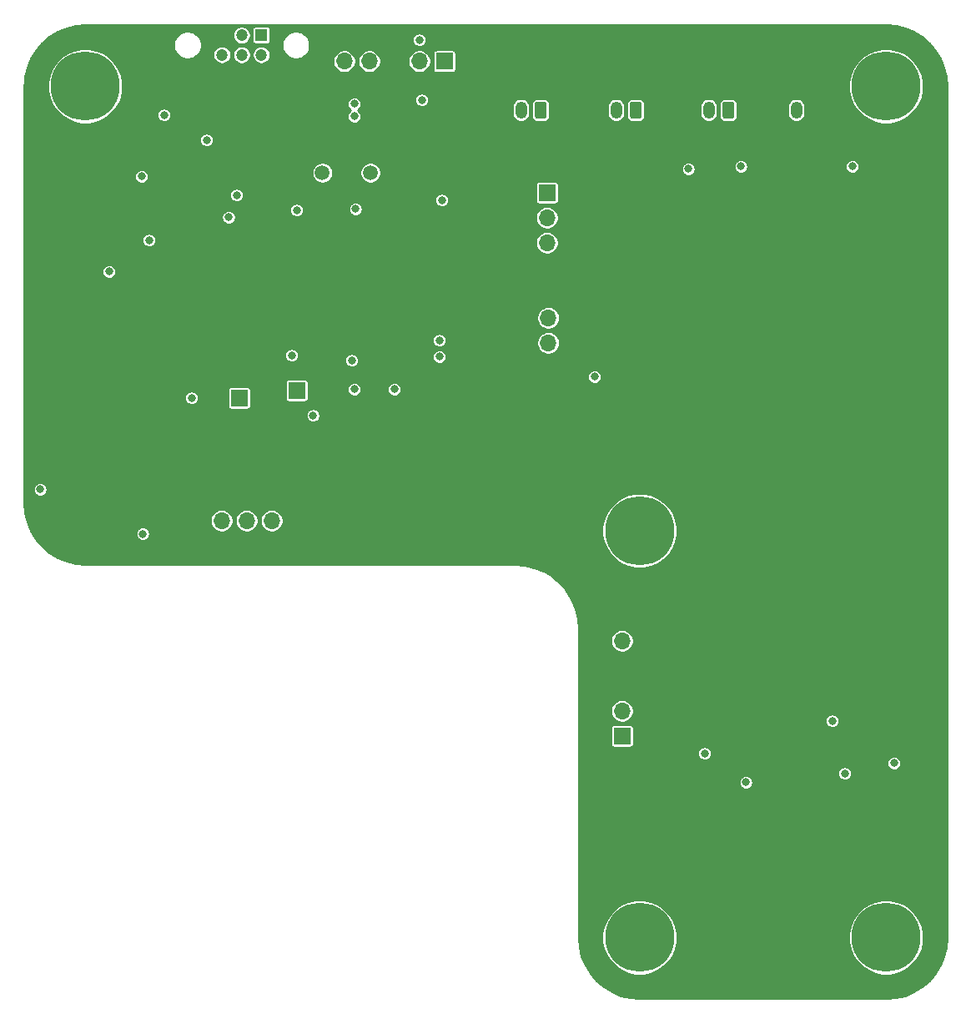
<source format=gbr>
%TF.GenerationSoftware,KiCad,Pcbnew,(5.1.9)-1*%
%TF.CreationDate,2021-07-15T19:20:44-04:00*%
%TF.ProjectId,detector_support,64657465-6374-46f7-925f-737570706f72,rev?*%
%TF.SameCoordinates,Original*%
%TF.FileFunction,Copper,L2,Inr*%
%TF.FilePolarity,Positive*%
%FSLAX46Y46*%
G04 Gerber Fmt 4.6, Leading zero omitted, Abs format (unit mm)*
G04 Created by KiCad (PCBNEW (5.1.9)-1) date 2021-07-15 19:20:44*
%MOMM*%
%LPD*%
G01*
G04 APERTURE LIST*
%TA.AperFunction,ComponentPad*%
%ADD10R,1.700000X1.700000*%
%TD*%
%TA.AperFunction,ComponentPad*%
%ADD11C,7.000000*%
%TD*%
%TA.AperFunction,ComponentPad*%
%ADD12O,1.700000X1.700000*%
%TD*%
%TA.AperFunction,ComponentPad*%
%ADD13C,1.200000*%
%TD*%
%TA.AperFunction,ComponentPad*%
%ADD14R,1.200000X1.200000*%
%TD*%
%TA.AperFunction,ComponentPad*%
%ADD15C,1.500000*%
%TD*%
%TA.AperFunction,ComponentPad*%
%ADD16O,1.200000X1.750000*%
%TD*%
%TA.AperFunction,ViaPad*%
%ADD17C,0.800000*%
%TD*%
%TA.AperFunction,Conductor*%
%ADD18C,0.254000*%
%TD*%
%TA.AperFunction,Conductor*%
%ADD19C,0.100000*%
%TD*%
G04 APERTURE END LIST*
D10*
%TO.N,/INTERUPT_OUT*%
%TO.C,TP2*%
X105791000Y-86233000D03*
%TD*%
D11*
%TO.N,N/C*%
%TO.C,REF\u002A\u002A*%
X146431000Y-140970000D03*
%TD*%
D12*
%TO.N,/SIPM_OUT_DET*%
%TO.C,J11*%
X104013000Y-98679000D03*
%TO.N,/DET_ADC*%
X106553000Y-98679000D03*
%TO.N,/AMP_OUT*%
X109093000Y-98679000D03*
D10*
%TO.N,GND*%
X111633000Y-98679000D03*
%TD*%
D12*
%TO.N,+4.7V*%
%TO.C,J2*%
X144653000Y-110871000D03*
D10*
%TO.N,GND*%
X144653000Y-108331000D03*
%TD*%
D11*
%TO.N,N/C*%
%TO.C,REF\u002A\u002A*%
X90170000Y-54610000D03*
%TD*%
%TO.N,N/C*%
%TO.C,REF\u002A\u002A*%
X171450000Y-54610000D03*
%TD*%
%TO.N,N/C*%
%TO.C,REF\u002A\u002A*%
X171450000Y-140970000D03*
%TD*%
%TO.N,N/C*%
%TO.C,REF\u002A\u002A*%
X146431000Y-99695000D03*
%TD*%
D13*
%TO.N,/Microcontroller [DO NOT PLACE]/CANH*%
%TO.C,J10*%
X108045000Y-51419000D03*
%TO.N,/Microcontroller [DO NOT PLACE]/CANL*%
X106045000Y-51419000D03*
%TO.N,Net-(J10-Pad6)*%
X104045000Y-51419000D03*
%TO.N,GND*%
X104045000Y-49419000D03*
D14*
%TO.N,Net-(J10-Pad1)*%
X108045000Y-49419000D03*
D13*
%TO.N,Net-(J10-Pad2)*%
X106045000Y-49419000D03*
%TD*%
D15*
%TO.N,/Microcontroller [DO NOT PLACE]/OSC2*%
%TO.C,Y1*%
X114246000Y-63373000D03*
%TO.N,/Microcontroller [DO NOT PLACE]/OSC1*%
X119126000Y-63373000D03*
%TD*%
D10*
%TO.N,/Microcontroller [DO NOT PLACE]/MCLR*%
%TO.C,J1*%
X126619000Y-52070000D03*
D12*
%TO.N,+5V*%
X124079000Y-52070000D03*
%TO.N,GND*%
X121539000Y-52070000D03*
%TO.N,/Microcontroller [DO NOT PLACE]/ICSPDAT*%
X118999000Y-52070000D03*
%TO.N,/Microcontroller [DO NOT PLACE]/ICSPCLK*%
X116459000Y-52070000D03*
%TD*%
D16*
%TO.N,Net-(F6-Pad2)*%
%TO.C,J6*%
X162338000Y-57023000D03*
%TO.N,GND*%
%TA.AperFunction,ComponentPad*%
G36*
G01*
X164938000Y-56397999D02*
X164938000Y-57648001D01*
G75*
G02*
X164688001Y-57898000I-249999J0D01*
G01*
X163987999Y-57898000D01*
G75*
G02*
X163738000Y-57648001I0J249999D01*
G01*
X163738000Y-56397999D01*
G75*
G02*
X163987999Y-56148000I249999J0D01*
G01*
X164688001Y-56148000D01*
G75*
G02*
X164938000Y-56397999I0J-249999D01*
G01*
G37*
%TD.AperFunction*%
%TD*%
%TO.N,Net-(F5-Pad2)*%
%TO.C,J5*%
X153448000Y-57023000D03*
%TO.N,Net-(F6-Pad1)*%
%TA.AperFunction,ComponentPad*%
G36*
G01*
X156048000Y-56397999D02*
X156048000Y-57648001D01*
G75*
G02*
X155798001Y-57898000I-249999J0D01*
G01*
X155097999Y-57898000D01*
G75*
G02*
X154848000Y-57648001I0J249999D01*
G01*
X154848000Y-56397999D01*
G75*
G02*
X155097999Y-56148000I249999J0D01*
G01*
X155798001Y-56148000D01*
G75*
G02*
X156048000Y-56397999I0J-249999D01*
G01*
G37*
%TD.AperFunction*%
%TD*%
%TO.N,Net-(F4-Pad2)*%
%TO.C,J4*%
X144050000Y-57023000D03*
%TO.N,Net-(F5-Pad1)*%
%TA.AperFunction,ComponentPad*%
G36*
G01*
X146650000Y-56397999D02*
X146650000Y-57648001D01*
G75*
G02*
X146400001Y-57898000I-249999J0D01*
G01*
X145699999Y-57898000D01*
G75*
G02*
X145450000Y-57648001I0J249999D01*
G01*
X145450000Y-56397999D01*
G75*
G02*
X145699999Y-56148000I249999J0D01*
G01*
X146400001Y-56148000D01*
G75*
G02*
X146650000Y-56397999I0J-249999D01*
G01*
G37*
%TD.AperFunction*%
%TD*%
%TO.N,+BATT*%
%TO.C,J3*%
X134398000Y-57023000D03*
%TO.N,Net-(F4-Pad1)*%
%TA.AperFunction,ComponentPad*%
G36*
G01*
X136998000Y-56397999D02*
X136998000Y-57648001D01*
G75*
G02*
X136748001Y-57898000I-249999J0D01*
G01*
X136047999Y-57898000D01*
G75*
G02*
X135798000Y-57648001I0J249999D01*
G01*
X135798000Y-56397999D01*
G75*
G02*
X136047999Y-56148000I249999J0D01*
G01*
X136748001Y-56148000D01*
G75*
G02*
X136998000Y-56397999I0J-249999D01*
G01*
G37*
%TD.AperFunction*%
%TD*%
D12*
%TO.N,+36V*%
%TO.C,J9*%
X144653000Y-117983000D03*
D10*
%TO.N,/SIPM_OUT*%
X144653000Y-120523000D03*
%TD*%
D12*
%TO.N,+12V*%
%TO.C,JP2*%
X137033000Y-70485000D03*
%TO.N,Net-(C7-Pad1)*%
X137033000Y-67945000D03*
D10*
%TO.N,+BATT*%
X137033000Y-65405000D03*
%TD*%
D12*
%TO.N,Net-(F3-Pad2)*%
%TO.C,J7*%
X137160000Y-80645000D03*
%TO.N,Net-(F1-Pad2)*%
X137160000Y-78105000D03*
D10*
%TO.N,GND*%
X137160000Y-75565000D03*
%TD*%
%TO.N,Net-(R28-Pad2)*%
%TO.C,TP17*%
X111633000Y-85471000D03*
%TD*%
D17*
%TO.N,GND*%
X120904000Y-93599000D03*
X149098000Y-89027000D03*
X159385000Y-67691000D03*
X164338000Y-85471000D03*
X171323000Y-85471000D03*
X173863000Y-85471000D03*
X164973000Y-86741000D03*
X172593000Y-86741000D03*
X166243000Y-88011000D03*
X171323000Y-88011000D03*
X173863000Y-88011000D03*
X164973000Y-89281000D03*
X172593000Y-89281000D03*
X166243000Y-90551000D03*
X168783000Y-90551000D03*
X171323000Y-90551000D03*
X173863000Y-90551000D03*
X164973000Y-91821000D03*
X167513000Y-91821000D03*
X170053000Y-91821000D03*
X172593000Y-91821000D03*
X166243000Y-93091000D03*
X168783000Y-93091000D03*
X171323000Y-93091000D03*
X173863000Y-93091000D03*
X153035000Y-90424000D03*
X155575000Y-90424000D03*
X158115000Y-90424000D03*
X151765000Y-91694000D03*
X154305000Y-91694000D03*
X156845000Y-91694000D03*
X170053000Y-89281000D03*
X167513000Y-89281000D03*
X167513000Y-86741000D03*
X168783000Y-88011000D03*
X168783000Y-85471000D03*
X170053000Y-86741000D03*
X110109000Y-86487000D03*
X113284000Y-93599000D03*
X120904000Y-97155000D03*
X100203000Y-57531000D03*
X164338000Y-59817000D03*
X162306000Y-125222000D03*
X148463000Y-125095000D03*
X153035000Y-118999000D03*
X98298000Y-95631000D03*
X100965000Y-80391000D03*
X101854000Y-75057000D03*
X86868000Y-75565000D03*
X86868000Y-89408000D03*
X110553500Y-59372500D03*
X151765000Y-86614000D03*
X150495000Y-87884000D03*
X151765000Y-84074000D03*
X153035000Y-82804000D03*
X155575000Y-82804000D03*
X154305000Y-84074000D03*
X151765000Y-81534000D03*
X149225000Y-84074000D03*
X156845000Y-81534000D03*
X154305000Y-81534000D03*
X150495000Y-82804000D03*
X149225000Y-81534000D03*
X150495000Y-85344000D03*
X153035000Y-85344000D03*
X156845000Y-86614000D03*
X154305000Y-89154000D03*
X158115000Y-85344000D03*
X149225000Y-86614000D03*
X156845000Y-84074000D03*
X155575000Y-87884000D03*
X150495000Y-90424000D03*
X153035000Y-87884000D03*
X151765000Y-89154000D03*
X156845000Y-89154000D03*
X155575000Y-85344000D03*
X158115000Y-87884000D03*
X154305000Y-86614000D03*
X158115000Y-82804000D03*
X116205000Y-67056000D03*
X124650500Y-59880500D03*
X112395000Y-83693000D03*
X159004000Y-104140000D03*
X157734000Y-104775000D03*
X160274000Y-104140000D03*
X160812023Y-108808977D03*
X163449000Y-106934000D03*
X161544000Y-103505000D03*
X161544000Y-104775000D03*
X157734000Y-103505000D03*
X87249000Y-82296000D03*
X165989000Y-124968000D03*
X175768000Y-120904000D03*
X164211000Y-111633000D03*
X170561000Y-125095000D03*
X168656000Y-128778000D03*
X156210000Y-101219000D03*
X153788000Y-101210000D03*
X95168000Y-79629000D03*
X95168000Y-93771000D03*
X155448000Y-114808000D03*
X151892000Y-114681000D03*
X172729000Y-101609000D03*
X122174000Y-57467500D03*
X109093000Y-65659000D03*
X146177000Y-83947000D03*
X100203000Y-65786000D03*
X85788500Y-99504500D03*
X103505000Y-54483000D03*
X111760000Y-93345000D03*
X137922000Y-90424000D03*
X137922000Y-95504000D03*
X137922000Y-85344000D03*
X153797000Y-71247000D03*
%TO.N,+5V*%
X96647000Y-70231000D03*
X98171000Y-57531000D03*
X141859000Y-84074000D03*
X153035000Y-122301000D03*
X124079000Y-49911000D03*
X117221000Y-82423000D03*
X167259000Y-124333000D03*
X172255000Y-123274000D03*
X151384000Y-62992000D03*
X156718000Y-62738000D03*
X168021000Y-62738000D03*
X104724200Y-67894200D03*
X102489000Y-60071000D03*
X126365000Y-66167000D03*
X121539000Y-85344000D03*
X113284000Y-88011000D03*
X117475000Y-85344000D03*
%TO.N,+36V*%
X157226000Y-125222000D03*
%TO.N,+3V3*%
X85598000Y-95504000D03*
X100965000Y-86233000D03*
X95885000Y-63754000D03*
X92583000Y-73406000D03*
%TO.N,/Microcontroller [DO NOT PLACE]/ICSPCLK*%
X117475000Y-57658000D03*
X126111000Y-82042000D03*
%TO.N,/Microcontroller [DO NOT PLACE]/ICSPDAT*%
X126111000Y-80391000D03*
X117475000Y-56388000D03*
%TO.N,Net-(R6-Pad1)*%
X124333000Y-56007000D03*
%TO.N,/Microcontroller [DO NOT PLACE]/CS*%
X96012000Y-100012500D03*
X117602000Y-67056000D03*
%TO.N,/DET_ADC*%
X111125000Y-81915000D03*
%TO.N,/Microcontroller [DO NOT PLACE]/PIC_RX*%
X105537000Y-65659000D03*
%TO.N,/Microcontroller [DO NOT PLACE]/PIC_TX*%
X111633000Y-67183000D03*
%TO.N,+4.7V*%
X165989000Y-118999000D03*
%TD*%
D18*
%TO.N,GND*%
X172415585Y-48513540D02*
X173357388Y-48739647D01*
X174252239Y-49110307D01*
X175078075Y-49616379D01*
X175814583Y-50245417D01*
X176443620Y-50981925D01*
X176949694Y-51807764D01*
X177320353Y-52702612D01*
X177546460Y-53644420D01*
X177623000Y-54616950D01*
X177623001Y-140963037D01*
X177546460Y-141935580D01*
X177320353Y-142877388D01*
X176949694Y-143772236D01*
X176443620Y-144598075D01*
X175814583Y-145334583D01*
X175078075Y-145963621D01*
X174252239Y-146469693D01*
X173357388Y-146840353D01*
X172415585Y-147066460D01*
X171443051Y-147143000D01*
X146437950Y-147143000D01*
X145465420Y-147066460D01*
X144523612Y-146840353D01*
X143628764Y-146469694D01*
X142802925Y-145963620D01*
X142066417Y-145334583D01*
X141437379Y-144598075D01*
X140931307Y-143772239D01*
X140560647Y-142877388D01*
X140334540Y-141935585D01*
X140258000Y-140963051D01*
X140258000Y-140593073D01*
X142604000Y-140593073D01*
X142604000Y-141346927D01*
X142751070Y-142086295D01*
X143039557Y-142782764D01*
X143458375Y-143409570D01*
X143991430Y-143942625D01*
X144618236Y-144361443D01*
X145314705Y-144649930D01*
X146054073Y-144797000D01*
X146807927Y-144797000D01*
X147547295Y-144649930D01*
X148243764Y-144361443D01*
X148870570Y-143942625D01*
X149403625Y-143409570D01*
X149822443Y-142782764D01*
X150110930Y-142086295D01*
X150258000Y-141346927D01*
X150258000Y-140593073D01*
X167623000Y-140593073D01*
X167623000Y-141346927D01*
X167770070Y-142086295D01*
X168058557Y-142782764D01*
X168477375Y-143409570D01*
X169010430Y-143942625D01*
X169637236Y-144361443D01*
X170333705Y-144649930D01*
X171073073Y-144797000D01*
X171826927Y-144797000D01*
X172566295Y-144649930D01*
X173262764Y-144361443D01*
X173889570Y-143942625D01*
X174422625Y-143409570D01*
X174841443Y-142782764D01*
X175129930Y-142086295D01*
X175277000Y-141346927D01*
X175277000Y-140593073D01*
X175129930Y-139853705D01*
X174841443Y-139157236D01*
X174422625Y-138530430D01*
X173889570Y-137997375D01*
X173262764Y-137578557D01*
X172566295Y-137290070D01*
X171826927Y-137143000D01*
X171073073Y-137143000D01*
X170333705Y-137290070D01*
X169637236Y-137578557D01*
X169010430Y-137997375D01*
X168477375Y-138530430D01*
X168058557Y-139157236D01*
X167770070Y-139853705D01*
X167623000Y-140593073D01*
X150258000Y-140593073D01*
X150110930Y-139853705D01*
X149822443Y-139157236D01*
X149403625Y-138530430D01*
X148870570Y-137997375D01*
X148243764Y-137578557D01*
X147547295Y-137290070D01*
X146807927Y-137143000D01*
X146054073Y-137143000D01*
X145314705Y-137290070D01*
X144618236Y-137578557D01*
X143991430Y-137997375D01*
X143458375Y-138530430D01*
X143039557Y-139157236D01*
X142751070Y-139853705D01*
X142604000Y-140593073D01*
X140258000Y-140593073D01*
X140258000Y-125150397D01*
X156499000Y-125150397D01*
X156499000Y-125293603D01*
X156526938Y-125434058D01*
X156581741Y-125566364D01*
X156661302Y-125685436D01*
X156762564Y-125786698D01*
X156881636Y-125866259D01*
X157013942Y-125921062D01*
X157154397Y-125949000D01*
X157297603Y-125949000D01*
X157438058Y-125921062D01*
X157570364Y-125866259D01*
X157689436Y-125786698D01*
X157790698Y-125685436D01*
X157870259Y-125566364D01*
X157925062Y-125434058D01*
X157953000Y-125293603D01*
X157953000Y-125150397D01*
X157925062Y-125009942D01*
X157870259Y-124877636D01*
X157790698Y-124758564D01*
X157689436Y-124657302D01*
X157570364Y-124577741D01*
X157438058Y-124522938D01*
X157297603Y-124495000D01*
X157154397Y-124495000D01*
X157013942Y-124522938D01*
X156881636Y-124577741D01*
X156762564Y-124657302D01*
X156661302Y-124758564D01*
X156581741Y-124877636D01*
X156526938Y-125009942D01*
X156499000Y-125150397D01*
X140258000Y-125150397D01*
X140258000Y-124261397D01*
X166532000Y-124261397D01*
X166532000Y-124404603D01*
X166559938Y-124545058D01*
X166614741Y-124677364D01*
X166694302Y-124796436D01*
X166795564Y-124897698D01*
X166914636Y-124977259D01*
X167046942Y-125032062D01*
X167187397Y-125060000D01*
X167330603Y-125060000D01*
X167471058Y-125032062D01*
X167603364Y-124977259D01*
X167722436Y-124897698D01*
X167823698Y-124796436D01*
X167903259Y-124677364D01*
X167958062Y-124545058D01*
X167986000Y-124404603D01*
X167986000Y-124261397D01*
X167958062Y-124120942D01*
X167903259Y-123988636D01*
X167823698Y-123869564D01*
X167722436Y-123768302D01*
X167603364Y-123688741D01*
X167471058Y-123633938D01*
X167330603Y-123606000D01*
X167187397Y-123606000D01*
X167046942Y-123633938D01*
X166914636Y-123688741D01*
X166795564Y-123768302D01*
X166694302Y-123869564D01*
X166614741Y-123988636D01*
X166559938Y-124120942D01*
X166532000Y-124261397D01*
X140258000Y-124261397D01*
X140258000Y-123202397D01*
X171528000Y-123202397D01*
X171528000Y-123345603D01*
X171555938Y-123486058D01*
X171610741Y-123618364D01*
X171690302Y-123737436D01*
X171791564Y-123838698D01*
X171910636Y-123918259D01*
X172042942Y-123973062D01*
X172183397Y-124001000D01*
X172326603Y-124001000D01*
X172467058Y-123973062D01*
X172599364Y-123918259D01*
X172718436Y-123838698D01*
X172819698Y-123737436D01*
X172899259Y-123618364D01*
X172954062Y-123486058D01*
X172982000Y-123345603D01*
X172982000Y-123202397D01*
X172954062Y-123061942D01*
X172899259Y-122929636D01*
X172819698Y-122810564D01*
X172718436Y-122709302D01*
X172599364Y-122629741D01*
X172467058Y-122574938D01*
X172326603Y-122547000D01*
X172183397Y-122547000D01*
X172042942Y-122574938D01*
X171910636Y-122629741D01*
X171791564Y-122709302D01*
X171690302Y-122810564D01*
X171610741Y-122929636D01*
X171555938Y-123061942D01*
X171528000Y-123202397D01*
X140258000Y-123202397D01*
X140258000Y-122229397D01*
X152308000Y-122229397D01*
X152308000Y-122372603D01*
X152335938Y-122513058D01*
X152390741Y-122645364D01*
X152470302Y-122764436D01*
X152571564Y-122865698D01*
X152690636Y-122945259D01*
X152822942Y-123000062D01*
X152963397Y-123028000D01*
X153106603Y-123028000D01*
X153247058Y-123000062D01*
X153379364Y-122945259D01*
X153498436Y-122865698D01*
X153599698Y-122764436D01*
X153679259Y-122645364D01*
X153734062Y-122513058D01*
X153762000Y-122372603D01*
X153762000Y-122229397D01*
X153734062Y-122088942D01*
X153679259Y-121956636D01*
X153599698Y-121837564D01*
X153498436Y-121736302D01*
X153379364Y-121656741D01*
X153247058Y-121601938D01*
X153106603Y-121574000D01*
X152963397Y-121574000D01*
X152822942Y-121601938D01*
X152690636Y-121656741D01*
X152571564Y-121736302D01*
X152470302Y-121837564D01*
X152390741Y-121956636D01*
X152335938Y-122088942D01*
X152308000Y-122229397D01*
X140258000Y-122229397D01*
X140258000Y-119673000D01*
X143474418Y-119673000D01*
X143474418Y-121373000D01*
X143480732Y-121437103D01*
X143499430Y-121498743D01*
X143529794Y-121555550D01*
X143570657Y-121605343D01*
X143620450Y-121646206D01*
X143677257Y-121676570D01*
X143738897Y-121695268D01*
X143803000Y-121701582D01*
X145503000Y-121701582D01*
X145567103Y-121695268D01*
X145628743Y-121676570D01*
X145685550Y-121646206D01*
X145735343Y-121605343D01*
X145776206Y-121555550D01*
X145806570Y-121498743D01*
X145825268Y-121437103D01*
X145831582Y-121373000D01*
X145831582Y-119673000D01*
X145825268Y-119608897D01*
X145806570Y-119547257D01*
X145776206Y-119490450D01*
X145735343Y-119440657D01*
X145685550Y-119399794D01*
X145628743Y-119369430D01*
X145567103Y-119350732D01*
X145503000Y-119344418D01*
X143803000Y-119344418D01*
X143738897Y-119350732D01*
X143677257Y-119369430D01*
X143620450Y-119399794D01*
X143570657Y-119440657D01*
X143529794Y-119490450D01*
X143499430Y-119547257D01*
X143480732Y-119608897D01*
X143474418Y-119673000D01*
X140258000Y-119673000D01*
X140258000Y-117867076D01*
X143476000Y-117867076D01*
X143476000Y-118098924D01*
X143521231Y-118326318D01*
X143609956Y-118540519D01*
X143738764Y-118733294D01*
X143902706Y-118897236D01*
X144095481Y-119026044D01*
X144309682Y-119114769D01*
X144537076Y-119160000D01*
X144768924Y-119160000D01*
X144996318Y-119114769D01*
X145210519Y-119026044D01*
X145358154Y-118927397D01*
X165262000Y-118927397D01*
X165262000Y-119070603D01*
X165289938Y-119211058D01*
X165344741Y-119343364D01*
X165424302Y-119462436D01*
X165525564Y-119563698D01*
X165644636Y-119643259D01*
X165776942Y-119698062D01*
X165917397Y-119726000D01*
X166060603Y-119726000D01*
X166201058Y-119698062D01*
X166333364Y-119643259D01*
X166452436Y-119563698D01*
X166553698Y-119462436D01*
X166633259Y-119343364D01*
X166688062Y-119211058D01*
X166716000Y-119070603D01*
X166716000Y-118927397D01*
X166688062Y-118786942D01*
X166633259Y-118654636D01*
X166553698Y-118535564D01*
X166452436Y-118434302D01*
X166333364Y-118354741D01*
X166201058Y-118299938D01*
X166060603Y-118272000D01*
X165917397Y-118272000D01*
X165776942Y-118299938D01*
X165644636Y-118354741D01*
X165525564Y-118434302D01*
X165424302Y-118535564D01*
X165344741Y-118654636D01*
X165289938Y-118786942D01*
X165262000Y-118927397D01*
X145358154Y-118927397D01*
X145403294Y-118897236D01*
X145567236Y-118733294D01*
X145696044Y-118540519D01*
X145784769Y-118326318D01*
X145830000Y-118098924D01*
X145830000Y-117867076D01*
X145784769Y-117639682D01*
X145696044Y-117425481D01*
X145567236Y-117232706D01*
X145403294Y-117068764D01*
X145210519Y-116939956D01*
X144996318Y-116851231D01*
X144768924Y-116806000D01*
X144537076Y-116806000D01*
X144309682Y-116851231D01*
X144095481Y-116939956D01*
X143902706Y-117068764D01*
X143738764Y-117232706D01*
X143609956Y-117425481D01*
X143521231Y-117639682D01*
X143476000Y-117867076D01*
X140258000Y-117867076D01*
X140258000Y-110755076D01*
X143476000Y-110755076D01*
X143476000Y-110986924D01*
X143521231Y-111214318D01*
X143609956Y-111428519D01*
X143738764Y-111621294D01*
X143902706Y-111785236D01*
X144095481Y-111914044D01*
X144309682Y-112002769D01*
X144537076Y-112048000D01*
X144768924Y-112048000D01*
X144996318Y-112002769D01*
X145210519Y-111914044D01*
X145403294Y-111785236D01*
X145567236Y-111621294D01*
X145696044Y-111428519D01*
X145784769Y-111214318D01*
X145830000Y-110986924D01*
X145830000Y-110755076D01*
X145784769Y-110527682D01*
X145696044Y-110313481D01*
X145567236Y-110120706D01*
X145403294Y-109956764D01*
X145210519Y-109827956D01*
X144996318Y-109739231D01*
X144768924Y-109694000D01*
X144537076Y-109694000D01*
X144309682Y-109739231D01*
X144095481Y-109827956D01*
X143902706Y-109956764D01*
X143738764Y-110120706D01*
X143609956Y-110313481D01*
X143521231Y-110527682D01*
X143476000Y-110755076D01*
X140258000Y-110755076D01*
X140258000Y-109592308D01*
X140257317Y-109585373D01*
X140179275Y-108593754D01*
X140174931Y-108566321D01*
X140174927Y-108566309D01*
X139942321Y-107597434D01*
X139942319Y-107597422D01*
X139933736Y-107571007D01*
X139552418Y-106650425D01*
X139539808Y-106625678D01*
X139019181Y-105776092D01*
X139019176Y-105776082D01*
X139002850Y-105753612D01*
X138355720Y-104995920D01*
X138336080Y-104976280D01*
X137578395Y-104329156D01*
X137578389Y-104329150D01*
X137555919Y-104312825D01*
X137555918Y-104312824D01*
X137555914Y-104312822D01*
X136706328Y-103792196D01*
X136706323Y-103792192D01*
X136681575Y-103779582D01*
X135760993Y-103398264D01*
X135734578Y-103389681D01*
X135734575Y-103389681D01*
X134765691Y-103157073D01*
X134765679Y-103157069D01*
X134750783Y-103154710D01*
X134738246Y-103152724D01*
X134738234Y-103152724D01*
X133746627Y-103074683D01*
X133739692Y-103074000D01*
X90176950Y-103074000D01*
X89204420Y-102997460D01*
X88262612Y-102771353D01*
X87367764Y-102400694D01*
X86541925Y-101894620D01*
X85805417Y-101265583D01*
X85176379Y-100529075D01*
X84815944Y-99940897D01*
X95285000Y-99940897D01*
X95285000Y-100084103D01*
X95312938Y-100224558D01*
X95367741Y-100356864D01*
X95447302Y-100475936D01*
X95548564Y-100577198D01*
X95667636Y-100656759D01*
X95799942Y-100711562D01*
X95940397Y-100739500D01*
X96083603Y-100739500D01*
X96224058Y-100711562D01*
X96356364Y-100656759D01*
X96475436Y-100577198D01*
X96576698Y-100475936D01*
X96656259Y-100356864D01*
X96711062Y-100224558D01*
X96739000Y-100084103D01*
X96739000Y-99940897D01*
X96711062Y-99800442D01*
X96656259Y-99668136D01*
X96576698Y-99549064D01*
X96475436Y-99447802D01*
X96356364Y-99368241D01*
X96224058Y-99313438D01*
X96083603Y-99285500D01*
X95940397Y-99285500D01*
X95799942Y-99313438D01*
X95667636Y-99368241D01*
X95548564Y-99447802D01*
X95447302Y-99549064D01*
X95367741Y-99668136D01*
X95312938Y-99800442D01*
X95285000Y-99940897D01*
X84815944Y-99940897D01*
X84670307Y-99703239D01*
X84299647Y-98808388D01*
X84240753Y-98563076D01*
X102836000Y-98563076D01*
X102836000Y-98794924D01*
X102881231Y-99022318D01*
X102969956Y-99236519D01*
X103098764Y-99429294D01*
X103262706Y-99593236D01*
X103455481Y-99722044D01*
X103669682Y-99810769D01*
X103897076Y-99856000D01*
X104128924Y-99856000D01*
X104356318Y-99810769D01*
X104570519Y-99722044D01*
X104763294Y-99593236D01*
X104927236Y-99429294D01*
X105056044Y-99236519D01*
X105144769Y-99022318D01*
X105190000Y-98794924D01*
X105190000Y-98563076D01*
X105376000Y-98563076D01*
X105376000Y-98794924D01*
X105421231Y-99022318D01*
X105509956Y-99236519D01*
X105638764Y-99429294D01*
X105802706Y-99593236D01*
X105995481Y-99722044D01*
X106209682Y-99810769D01*
X106437076Y-99856000D01*
X106668924Y-99856000D01*
X106896318Y-99810769D01*
X107110519Y-99722044D01*
X107303294Y-99593236D01*
X107467236Y-99429294D01*
X107596044Y-99236519D01*
X107684769Y-99022318D01*
X107730000Y-98794924D01*
X107730000Y-98563076D01*
X107916000Y-98563076D01*
X107916000Y-98794924D01*
X107961231Y-99022318D01*
X108049956Y-99236519D01*
X108178764Y-99429294D01*
X108342706Y-99593236D01*
X108535481Y-99722044D01*
X108749682Y-99810769D01*
X108977076Y-99856000D01*
X109208924Y-99856000D01*
X109436318Y-99810769D01*
X109650519Y-99722044D01*
X109843294Y-99593236D01*
X110007236Y-99429294D01*
X110081551Y-99318073D01*
X142604000Y-99318073D01*
X142604000Y-100071927D01*
X142751070Y-100811295D01*
X143039557Y-101507764D01*
X143458375Y-102134570D01*
X143991430Y-102667625D01*
X144618236Y-103086443D01*
X145314705Y-103374930D01*
X146054073Y-103522000D01*
X146807927Y-103522000D01*
X147547295Y-103374930D01*
X148243764Y-103086443D01*
X148870570Y-102667625D01*
X149403625Y-102134570D01*
X149822443Y-101507764D01*
X150110930Y-100811295D01*
X150258000Y-100071927D01*
X150258000Y-99318073D01*
X150110930Y-98578705D01*
X149822443Y-97882236D01*
X149403625Y-97255430D01*
X148870570Y-96722375D01*
X148243764Y-96303557D01*
X147547295Y-96015070D01*
X146807927Y-95868000D01*
X146054073Y-95868000D01*
X145314705Y-96015070D01*
X144618236Y-96303557D01*
X143991430Y-96722375D01*
X143458375Y-97255430D01*
X143039557Y-97882236D01*
X142751070Y-98578705D01*
X142604000Y-99318073D01*
X110081551Y-99318073D01*
X110136044Y-99236519D01*
X110224769Y-99022318D01*
X110270000Y-98794924D01*
X110270000Y-98563076D01*
X110224769Y-98335682D01*
X110136044Y-98121481D01*
X110007236Y-97928706D01*
X109843294Y-97764764D01*
X109650519Y-97635956D01*
X109436318Y-97547231D01*
X109208924Y-97502000D01*
X108977076Y-97502000D01*
X108749682Y-97547231D01*
X108535481Y-97635956D01*
X108342706Y-97764764D01*
X108178764Y-97928706D01*
X108049956Y-98121481D01*
X107961231Y-98335682D01*
X107916000Y-98563076D01*
X107730000Y-98563076D01*
X107684769Y-98335682D01*
X107596044Y-98121481D01*
X107467236Y-97928706D01*
X107303294Y-97764764D01*
X107110519Y-97635956D01*
X106896318Y-97547231D01*
X106668924Y-97502000D01*
X106437076Y-97502000D01*
X106209682Y-97547231D01*
X105995481Y-97635956D01*
X105802706Y-97764764D01*
X105638764Y-97928706D01*
X105509956Y-98121481D01*
X105421231Y-98335682D01*
X105376000Y-98563076D01*
X105190000Y-98563076D01*
X105144769Y-98335682D01*
X105056044Y-98121481D01*
X104927236Y-97928706D01*
X104763294Y-97764764D01*
X104570519Y-97635956D01*
X104356318Y-97547231D01*
X104128924Y-97502000D01*
X103897076Y-97502000D01*
X103669682Y-97547231D01*
X103455481Y-97635956D01*
X103262706Y-97764764D01*
X103098764Y-97928706D01*
X102969956Y-98121481D01*
X102881231Y-98335682D01*
X102836000Y-98563076D01*
X84240753Y-98563076D01*
X84073540Y-97866585D01*
X83997000Y-96894051D01*
X83997000Y-95432397D01*
X84871000Y-95432397D01*
X84871000Y-95575603D01*
X84898938Y-95716058D01*
X84953741Y-95848364D01*
X85033302Y-95967436D01*
X85134564Y-96068698D01*
X85253636Y-96148259D01*
X85385942Y-96203062D01*
X85526397Y-96231000D01*
X85669603Y-96231000D01*
X85810058Y-96203062D01*
X85942364Y-96148259D01*
X86061436Y-96068698D01*
X86162698Y-95967436D01*
X86242259Y-95848364D01*
X86297062Y-95716058D01*
X86325000Y-95575603D01*
X86325000Y-95432397D01*
X86297062Y-95291942D01*
X86242259Y-95159636D01*
X86162698Y-95040564D01*
X86061436Y-94939302D01*
X85942364Y-94859741D01*
X85810058Y-94804938D01*
X85669603Y-94777000D01*
X85526397Y-94777000D01*
X85385942Y-94804938D01*
X85253636Y-94859741D01*
X85134564Y-94939302D01*
X85033302Y-95040564D01*
X84953741Y-95159636D01*
X84898938Y-95291942D01*
X84871000Y-95432397D01*
X83997000Y-95432397D01*
X83997000Y-87939397D01*
X112557000Y-87939397D01*
X112557000Y-88082603D01*
X112584938Y-88223058D01*
X112639741Y-88355364D01*
X112719302Y-88474436D01*
X112820564Y-88575698D01*
X112939636Y-88655259D01*
X113071942Y-88710062D01*
X113212397Y-88738000D01*
X113355603Y-88738000D01*
X113496058Y-88710062D01*
X113628364Y-88655259D01*
X113747436Y-88575698D01*
X113848698Y-88474436D01*
X113928259Y-88355364D01*
X113983062Y-88223058D01*
X114011000Y-88082603D01*
X114011000Y-87939397D01*
X113983062Y-87798942D01*
X113928259Y-87666636D01*
X113848698Y-87547564D01*
X113747436Y-87446302D01*
X113628364Y-87366741D01*
X113496058Y-87311938D01*
X113355603Y-87284000D01*
X113212397Y-87284000D01*
X113071942Y-87311938D01*
X112939636Y-87366741D01*
X112820564Y-87446302D01*
X112719302Y-87547564D01*
X112639741Y-87666636D01*
X112584938Y-87798942D01*
X112557000Y-87939397D01*
X83997000Y-87939397D01*
X83997000Y-86161397D01*
X100238000Y-86161397D01*
X100238000Y-86304603D01*
X100265938Y-86445058D01*
X100320741Y-86577364D01*
X100400302Y-86696436D01*
X100501564Y-86797698D01*
X100620636Y-86877259D01*
X100752942Y-86932062D01*
X100893397Y-86960000D01*
X101036603Y-86960000D01*
X101177058Y-86932062D01*
X101309364Y-86877259D01*
X101428436Y-86797698D01*
X101529698Y-86696436D01*
X101609259Y-86577364D01*
X101664062Y-86445058D01*
X101692000Y-86304603D01*
X101692000Y-86161397D01*
X101664062Y-86020942D01*
X101609259Y-85888636D01*
X101529698Y-85769564D01*
X101428436Y-85668302D01*
X101309364Y-85588741D01*
X101177058Y-85533938D01*
X101036603Y-85506000D01*
X100893397Y-85506000D01*
X100752942Y-85533938D01*
X100620636Y-85588741D01*
X100501564Y-85668302D01*
X100400302Y-85769564D01*
X100320741Y-85888636D01*
X100265938Y-86020942D01*
X100238000Y-86161397D01*
X83997000Y-86161397D01*
X83997000Y-85383000D01*
X104612418Y-85383000D01*
X104612418Y-87083000D01*
X104618732Y-87147103D01*
X104637430Y-87208743D01*
X104667794Y-87265550D01*
X104708657Y-87315343D01*
X104758450Y-87356206D01*
X104815257Y-87386570D01*
X104876897Y-87405268D01*
X104941000Y-87411582D01*
X106641000Y-87411582D01*
X106705103Y-87405268D01*
X106766743Y-87386570D01*
X106823550Y-87356206D01*
X106873343Y-87315343D01*
X106914206Y-87265550D01*
X106944570Y-87208743D01*
X106963268Y-87147103D01*
X106969582Y-87083000D01*
X106969582Y-85383000D01*
X106963268Y-85318897D01*
X106944570Y-85257257D01*
X106914206Y-85200450D01*
X106873343Y-85150657D01*
X106823550Y-85109794D01*
X106766743Y-85079430D01*
X106705103Y-85060732D01*
X106641000Y-85054418D01*
X104941000Y-85054418D01*
X104876897Y-85060732D01*
X104815257Y-85079430D01*
X104758450Y-85109794D01*
X104708657Y-85150657D01*
X104667794Y-85200450D01*
X104637430Y-85257257D01*
X104618732Y-85318897D01*
X104612418Y-85383000D01*
X83997000Y-85383000D01*
X83997000Y-84621000D01*
X110454418Y-84621000D01*
X110454418Y-86321000D01*
X110460732Y-86385103D01*
X110479430Y-86446743D01*
X110509794Y-86503550D01*
X110550657Y-86553343D01*
X110600450Y-86594206D01*
X110657257Y-86624570D01*
X110718897Y-86643268D01*
X110783000Y-86649582D01*
X112483000Y-86649582D01*
X112547103Y-86643268D01*
X112608743Y-86624570D01*
X112665550Y-86594206D01*
X112715343Y-86553343D01*
X112756206Y-86503550D01*
X112786570Y-86446743D01*
X112805268Y-86385103D01*
X112811582Y-86321000D01*
X112811582Y-85272397D01*
X116748000Y-85272397D01*
X116748000Y-85415603D01*
X116775938Y-85556058D01*
X116830741Y-85688364D01*
X116910302Y-85807436D01*
X117011564Y-85908698D01*
X117130636Y-85988259D01*
X117262942Y-86043062D01*
X117403397Y-86071000D01*
X117546603Y-86071000D01*
X117687058Y-86043062D01*
X117819364Y-85988259D01*
X117938436Y-85908698D01*
X118039698Y-85807436D01*
X118119259Y-85688364D01*
X118174062Y-85556058D01*
X118202000Y-85415603D01*
X118202000Y-85272397D01*
X120812000Y-85272397D01*
X120812000Y-85415603D01*
X120839938Y-85556058D01*
X120894741Y-85688364D01*
X120974302Y-85807436D01*
X121075564Y-85908698D01*
X121194636Y-85988259D01*
X121326942Y-86043062D01*
X121467397Y-86071000D01*
X121610603Y-86071000D01*
X121751058Y-86043062D01*
X121883364Y-85988259D01*
X122002436Y-85908698D01*
X122103698Y-85807436D01*
X122183259Y-85688364D01*
X122238062Y-85556058D01*
X122266000Y-85415603D01*
X122266000Y-85272397D01*
X122238062Y-85131942D01*
X122183259Y-84999636D01*
X122103698Y-84880564D01*
X122002436Y-84779302D01*
X121883364Y-84699741D01*
X121751058Y-84644938D01*
X121610603Y-84617000D01*
X121467397Y-84617000D01*
X121326942Y-84644938D01*
X121194636Y-84699741D01*
X121075564Y-84779302D01*
X120974302Y-84880564D01*
X120894741Y-84999636D01*
X120839938Y-85131942D01*
X120812000Y-85272397D01*
X118202000Y-85272397D01*
X118174062Y-85131942D01*
X118119259Y-84999636D01*
X118039698Y-84880564D01*
X117938436Y-84779302D01*
X117819364Y-84699741D01*
X117687058Y-84644938D01*
X117546603Y-84617000D01*
X117403397Y-84617000D01*
X117262942Y-84644938D01*
X117130636Y-84699741D01*
X117011564Y-84779302D01*
X116910302Y-84880564D01*
X116830741Y-84999636D01*
X116775938Y-85131942D01*
X116748000Y-85272397D01*
X112811582Y-85272397D01*
X112811582Y-84621000D01*
X112805268Y-84556897D01*
X112786570Y-84495257D01*
X112756206Y-84438450D01*
X112715343Y-84388657D01*
X112665550Y-84347794D01*
X112608743Y-84317430D01*
X112547103Y-84298732D01*
X112483000Y-84292418D01*
X110783000Y-84292418D01*
X110718897Y-84298732D01*
X110657257Y-84317430D01*
X110600450Y-84347794D01*
X110550657Y-84388657D01*
X110509794Y-84438450D01*
X110479430Y-84495257D01*
X110460732Y-84556897D01*
X110454418Y-84621000D01*
X83997000Y-84621000D01*
X83997000Y-84002397D01*
X141132000Y-84002397D01*
X141132000Y-84145603D01*
X141159938Y-84286058D01*
X141214741Y-84418364D01*
X141294302Y-84537436D01*
X141395564Y-84638698D01*
X141514636Y-84718259D01*
X141646942Y-84773062D01*
X141787397Y-84801000D01*
X141930603Y-84801000D01*
X142071058Y-84773062D01*
X142203364Y-84718259D01*
X142322436Y-84638698D01*
X142423698Y-84537436D01*
X142503259Y-84418364D01*
X142558062Y-84286058D01*
X142586000Y-84145603D01*
X142586000Y-84002397D01*
X142558062Y-83861942D01*
X142503259Y-83729636D01*
X142423698Y-83610564D01*
X142322436Y-83509302D01*
X142203364Y-83429741D01*
X142071058Y-83374938D01*
X141930603Y-83347000D01*
X141787397Y-83347000D01*
X141646942Y-83374938D01*
X141514636Y-83429741D01*
X141395564Y-83509302D01*
X141294302Y-83610564D01*
X141214741Y-83729636D01*
X141159938Y-83861942D01*
X141132000Y-84002397D01*
X83997000Y-84002397D01*
X83997000Y-81843397D01*
X110398000Y-81843397D01*
X110398000Y-81986603D01*
X110425938Y-82127058D01*
X110480741Y-82259364D01*
X110560302Y-82378436D01*
X110661564Y-82479698D01*
X110780636Y-82559259D01*
X110912942Y-82614062D01*
X111053397Y-82642000D01*
X111196603Y-82642000D01*
X111337058Y-82614062D01*
X111469364Y-82559259D01*
X111588436Y-82479698D01*
X111689698Y-82378436D01*
X111707764Y-82351397D01*
X116494000Y-82351397D01*
X116494000Y-82494603D01*
X116521938Y-82635058D01*
X116576741Y-82767364D01*
X116656302Y-82886436D01*
X116757564Y-82987698D01*
X116876636Y-83067259D01*
X117008942Y-83122062D01*
X117149397Y-83150000D01*
X117292603Y-83150000D01*
X117433058Y-83122062D01*
X117565364Y-83067259D01*
X117684436Y-82987698D01*
X117785698Y-82886436D01*
X117865259Y-82767364D01*
X117920062Y-82635058D01*
X117948000Y-82494603D01*
X117948000Y-82351397D01*
X117920062Y-82210942D01*
X117865259Y-82078636D01*
X117792937Y-81970397D01*
X125384000Y-81970397D01*
X125384000Y-82113603D01*
X125411938Y-82254058D01*
X125466741Y-82386364D01*
X125546302Y-82505436D01*
X125647564Y-82606698D01*
X125766636Y-82686259D01*
X125898942Y-82741062D01*
X126039397Y-82769000D01*
X126182603Y-82769000D01*
X126323058Y-82741062D01*
X126455364Y-82686259D01*
X126574436Y-82606698D01*
X126675698Y-82505436D01*
X126755259Y-82386364D01*
X126810062Y-82254058D01*
X126838000Y-82113603D01*
X126838000Y-81970397D01*
X126810062Y-81829942D01*
X126755259Y-81697636D01*
X126675698Y-81578564D01*
X126574436Y-81477302D01*
X126455364Y-81397741D01*
X126323058Y-81342938D01*
X126182603Y-81315000D01*
X126039397Y-81315000D01*
X125898942Y-81342938D01*
X125766636Y-81397741D01*
X125647564Y-81477302D01*
X125546302Y-81578564D01*
X125466741Y-81697636D01*
X125411938Y-81829942D01*
X125384000Y-81970397D01*
X117792937Y-81970397D01*
X117785698Y-81959564D01*
X117684436Y-81858302D01*
X117565364Y-81778741D01*
X117433058Y-81723938D01*
X117292603Y-81696000D01*
X117149397Y-81696000D01*
X117008942Y-81723938D01*
X116876636Y-81778741D01*
X116757564Y-81858302D01*
X116656302Y-81959564D01*
X116576741Y-82078636D01*
X116521938Y-82210942D01*
X116494000Y-82351397D01*
X111707764Y-82351397D01*
X111769259Y-82259364D01*
X111824062Y-82127058D01*
X111852000Y-81986603D01*
X111852000Y-81843397D01*
X111824062Y-81702942D01*
X111769259Y-81570636D01*
X111689698Y-81451564D01*
X111588436Y-81350302D01*
X111469364Y-81270741D01*
X111337058Y-81215938D01*
X111196603Y-81188000D01*
X111053397Y-81188000D01*
X110912942Y-81215938D01*
X110780636Y-81270741D01*
X110661564Y-81350302D01*
X110560302Y-81451564D01*
X110480741Y-81570636D01*
X110425938Y-81702942D01*
X110398000Y-81843397D01*
X83997000Y-81843397D01*
X83997000Y-80319397D01*
X125384000Y-80319397D01*
X125384000Y-80462603D01*
X125411938Y-80603058D01*
X125466741Y-80735364D01*
X125546302Y-80854436D01*
X125647564Y-80955698D01*
X125766636Y-81035259D01*
X125898942Y-81090062D01*
X126039397Y-81118000D01*
X126182603Y-81118000D01*
X126323058Y-81090062D01*
X126455364Y-81035259D01*
X126574436Y-80955698D01*
X126675698Y-80854436D01*
X126755259Y-80735364D01*
X126810062Y-80603058D01*
X126824777Y-80529076D01*
X135983000Y-80529076D01*
X135983000Y-80760924D01*
X136028231Y-80988318D01*
X136116956Y-81202519D01*
X136245764Y-81395294D01*
X136409706Y-81559236D01*
X136602481Y-81688044D01*
X136816682Y-81776769D01*
X137044076Y-81822000D01*
X137275924Y-81822000D01*
X137503318Y-81776769D01*
X137717519Y-81688044D01*
X137910294Y-81559236D01*
X138074236Y-81395294D01*
X138203044Y-81202519D01*
X138291769Y-80988318D01*
X138337000Y-80760924D01*
X138337000Y-80529076D01*
X138291769Y-80301682D01*
X138203044Y-80087481D01*
X138074236Y-79894706D01*
X137910294Y-79730764D01*
X137717519Y-79601956D01*
X137503318Y-79513231D01*
X137275924Y-79468000D01*
X137044076Y-79468000D01*
X136816682Y-79513231D01*
X136602481Y-79601956D01*
X136409706Y-79730764D01*
X136245764Y-79894706D01*
X136116956Y-80087481D01*
X136028231Y-80301682D01*
X135983000Y-80529076D01*
X126824777Y-80529076D01*
X126838000Y-80462603D01*
X126838000Y-80319397D01*
X126810062Y-80178942D01*
X126755259Y-80046636D01*
X126675698Y-79927564D01*
X126574436Y-79826302D01*
X126455364Y-79746741D01*
X126323058Y-79691938D01*
X126182603Y-79664000D01*
X126039397Y-79664000D01*
X125898942Y-79691938D01*
X125766636Y-79746741D01*
X125647564Y-79826302D01*
X125546302Y-79927564D01*
X125466741Y-80046636D01*
X125411938Y-80178942D01*
X125384000Y-80319397D01*
X83997000Y-80319397D01*
X83997000Y-77989076D01*
X135983000Y-77989076D01*
X135983000Y-78220924D01*
X136028231Y-78448318D01*
X136116956Y-78662519D01*
X136245764Y-78855294D01*
X136409706Y-79019236D01*
X136602481Y-79148044D01*
X136816682Y-79236769D01*
X137044076Y-79282000D01*
X137275924Y-79282000D01*
X137503318Y-79236769D01*
X137717519Y-79148044D01*
X137910294Y-79019236D01*
X138074236Y-78855294D01*
X138203044Y-78662519D01*
X138291769Y-78448318D01*
X138337000Y-78220924D01*
X138337000Y-77989076D01*
X138291769Y-77761682D01*
X138203044Y-77547481D01*
X138074236Y-77354706D01*
X137910294Y-77190764D01*
X137717519Y-77061956D01*
X137503318Y-76973231D01*
X137275924Y-76928000D01*
X137044076Y-76928000D01*
X136816682Y-76973231D01*
X136602481Y-77061956D01*
X136409706Y-77190764D01*
X136245764Y-77354706D01*
X136116956Y-77547481D01*
X136028231Y-77761682D01*
X135983000Y-77989076D01*
X83997000Y-77989076D01*
X83997000Y-73334397D01*
X91856000Y-73334397D01*
X91856000Y-73477603D01*
X91883938Y-73618058D01*
X91938741Y-73750364D01*
X92018302Y-73869436D01*
X92119564Y-73970698D01*
X92238636Y-74050259D01*
X92370942Y-74105062D01*
X92511397Y-74133000D01*
X92654603Y-74133000D01*
X92795058Y-74105062D01*
X92927364Y-74050259D01*
X93046436Y-73970698D01*
X93147698Y-73869436D01*
X93227259Y-73750364D01*
X93282062Y-73618058D01*
X93310000Y-73477603D01*
X93310000Y-73334397D01*
X93282062Y-73193942D01*
X93227259Y-73061636D01*
X93147698Y-72942564D01*
X93046436Y-72841302D01*
X92927364Y-72761741D01*
X92795058Y-72706938D01*
X92654603Y-72679000D01*
X92511397Y-72679000D01*
X92370942Y-72706938D01*
X92238636Y-72761741D01*
X92119564Y-72841302D01*
X92018302Y-72942564D01*
X91938741Y-73061636D01*
X91883938Y-73193942D01*
X91856000Y-73334397D01*
X83997000Y-73334397D01*
X83997000Y-70159397D01*
X95920000Y-70159397D01*
X95920000Y-70302603D01*
X95947938Y-70443058D01*
X96002741Y-70575364D01*
X96082302Y-70694436D01*
X96183564Y-70795698D01*
X96302636Y-70875259D01*
X96434942Y-70930062D01*
X96575397Y-70958000D01*
X96718603Y-70958000D01*
X96859058Y-70930062D01*
X96991364Y-70875259D01*
X97110436Y-70795698D01*
X97211698Y-70694436D01*
X97291259Y-70575364D01*
X97346062Y-70443058D01*
X97360777Y-70369076D01*
X135856000Y-70369076D01*
X135856000Y-70600924D01*
X135901231Y-70828318D01*
X135989956Y-71042519D01*
X136118764Y-71235294D01*
X136282706Y-71399236D01*
X136475481Y-71528044D01*
X136689682Y-71616769D01*
X136917076Y-71662000D01*
X137148924Y-71662000D01*
X137376318Y-71616769D01*
X137590519Y-71528044D01*
X137783294Y-71399236D01*
X137947236Y-71235294D01*
X138076044Y-71042519D01*
X138164769Y-70828318D01*
X138210000Y-70600924D01*
X138210000Y-70369076D01*
X138164769Y-70141682D01*
X138076044Y-69927481D01*
X137947236Y-69734706D01*
X137783294Y-69570764D01*
X137590519Y-69441956D01*
X137376318Y-69353231D01*
X137148924Y-69308000D01*
X136917076Y-69308000D01*
X136689682Y-69353231D01*
X136475481Y-69441956D01*
X136282706Y-69570764D01*
X136118764Y-69734706D01*
X135989956Y-69927481D01*
X135901231Y-70141682D01*
X135856000Y-70369076D01*
X97360777Y-70369076D01*
X97374000Y-70302603D01*
X97374000Y-70159397D01*
X97346062Y-70018942D01*
X97291259Y-69886636D01*
X97211698Y-69767564D01*
X97110436Y-69666302D01*
X96991364Y-69586741D01*
X96859058Y-69531938D01*
X96718603Y-69504000D01*
X96575397Y-69504000D01*
X96434942Y-69531938D01*
X96302636Y-69586741D01*
X96183564Y-69666302D01*
X96082302Y-69767564D01*
X96002741Y-69886636D01*
X95947938Y-70018942D01*
X95920000Y-70159397D01*
X83997000Y-70159397D01*
X83997000Y-67822597D01*
X103997200Y-67822597D01*
X103997200Y-67965803D01*
X104025138Y-68106258D01*
X104079941Y-68238564D01*
X104159502Y-68357636D01*
X104260764Y-68458898D01*
X104379836Y-68538459D01*
X104512142Y-68593262D01*
X104652597Y-68621200D01*
X104795803Y-68621200D01*
X104936258Y-68593262D01*
X105068564Y-68538459D01*
X105187636Y-68458898D01*
X105288898Y-68357636D01*
X105368459Y-68238564D01*
X105423262Y-68106258D01*
X105451200Y-67965803D01*
X105451200Y-67822597D01*
X105423262Y-67682142D01*
X105368459Y-67549836D01*
X105288898Y-67430764D01*
X105187636Y-67329502D01*
X105068564Y-67249941D01*
X104936258Y-67195138D01*
X104795803Y-67167200D01*
X104652597Y-67167200D01*
X104512142Y-67195138D01*
X104379836Y-67249941D01*
X104260764Y-67329502D01*
X104159502Y-67430764D01*
X104079941Y-67549836D01*
X104025138Y-67682142D01*
X103997200Y-67822597D01*
X83997000Y-67822597D01*
X83997000Y-67111397D01*
X110906000Y-67111397D01*
X110906000Y-67254603D01*
X110933938Y-67395058D01*
X110988741Y-67527364D01*
X111068302Y-67646436D01*
X111169564Y-67747698D01*
X111288636Y-67827259D01*
X111420942Y-67882062D01*
X111561397Y-67910000D01*
X111704603Y-67910000D01*
X111845058Y-67882062D01*
X111972977Y-67829076D01*
X135856000Y-67829076D01*
X135856000Y-68060924D01*
X135901231Y-68288318D01*
X135989956Y-68502519D01*
X136118764Y-68695294D01*
X136282706Y-68859236D01*
X136475481Y-68988044D01*
X136689682Y-69076769D01*
X136917076Y-69122000D01*
X137148924Y-69122000D01*
X137376318Y-69076769D01*
X137590519Y-68988044D01*
X137783294Y-68859236D01*
X137947236Y-68695294D01*
X138076044Y-68502519D01*
X138164769Y-68288318D01*
X138210000Y-68060924D01*
X138210000Y-67829076D01*
X138164769Y-67601682D01*
X138076044Y-67387481D01*
X137947236Y-67194706D01*
X137783294Y-67030764D01*
X137590519Y-66901956D01*
X137376318Y-66813231D01*
X137148924Y-66768000D01*
X136917076Y-66768000D01*
X136689682Y-66813231D01*
X136475481Y-66901956D01*
X136282706Y-67030764D01*
X136118764Y-67194706D01*
X135989956Y-67387481D01*
X135901231Y-67601682D01*
X135856000Y-67829076D01*
X111972977Y-67829076D01*
X111977364Y-67827259D01*
X112096436Y-67747698D01*
X112197698Y-67646436D01*
X112277259Y-67527364D01*
X112332062Y-67395058D01*
X112360000Y-67254603D01*
X112360000Y-67111397D01*
X112334739Y-66984397D01*
X116875000Y-66984397D01*
X116875000Y-67127603D01*
X116902938Y-67268058D01*
X116957741Y-67400364D01*
X117037302Y-67519436D01*
X117138564Y-67620698D01*
X117257636Y-67700259D01*
X117389942Y-67755062D01*
X117530397Y-67783000D01*
X117673603Y-67783000D01*
X117814058Y-67755062D01*
X117946364Y-67700259D01*
X118065436Y-67620698D01*
X118166698Y-67519436D01*
X118246259Y-67400364D01*
X118301062Y-67268058D01*
X118329000Y-67127603D01*
X118329000Y-66984397D01*
X118301062Y-66843942D01*
X118246259Y-66711636D01*
X118166698Y-66592564D01*
X118065436Y-66491302D01*
X117946364Y-66411741D01*
X117814058Y-66356938D01*
X117673603Y-66329000D01*
X117530397Y-66329000D01*
X117389942Y-66356938D01*
X117257636Y-66411741D01*
X117138564Y-66491302D01*
X117037302Y-66592564D01*
X116957741Y-66711636D01*
X116902938Y-66843942D01*
X116875000Y-66984397D01*
X112334739Y-66984397D01*
X112332062Y-66970942D01*
X112277259Y-66838636D01*
X112197698Y-66719564D01*
X112096436Y-66618302D01*
X111977364Y-66538741D01*
X111845058Y-66483938D01*
X111704603Y-66456000D01*
X111561397Y-66456000D01*
X111420942Y-66483938D01*
X111288636Y-66538741D01*
X111169564Y-66618302D01*
X111068302Y-66719564D01*
X110988741Y-66838636D01*
X110933938Y-66970942D01*
X110906000Y-67111397D01*
X83997000Y-67111397D01*
X83997000Y-65587397D01*
X104810000Y-65587397D01*
X104810000Y-65730603D01*
X104837938Y-65871058D01*
X104892741Y-66003364D01*
X104972302Y-66122436D01*
X105073564Y-66223698D01*
X105192636Y-66303259D01*
X105324942Y-66358062D01*
X105465397Y-66386000D01*
X105608603Y-66386000D01*
X105749058Y-66358062D01*
X105881364Y-66303259D01*
X106000436Y-66223698D01*
X106101698Y-66122436D01*
X106119764Y-66095397D01*
X125638000Y-66095397D01*
X125638000Y-66238603D01*
X125665938Y-66379058D01*
X125720741Y-66511364D01*
X125800302Y-66630436D01*
X125901564Y-66731698D01*
X126020636Y-66811259D01*
X126152942Y-66866062D01*
X126293397Y-66894000D01*
X126436603Y-66894000D01*
X126577058Y-66866062D01*
X126709364Y-66811259D01*
X126828436Y-66731698D01*
X126929698Y-66630436D01*
X127009259Y-66511364D01*
X127064062Y-66379058D01*
X127092000Y-66238603D01*
X127092000Y-66095397D01*
X127064062Y-65954942D01*
X127009259Y-65822636D01*
X126929698Y-65703564D01*
X126828436Y-65602302D01*
X126709364Y-65522741D01*
X126577058Y-65467938D01*
X126436603Y-65440000D01*
X126293397Y-65440000D01*
X126152942Y-65467938D01*
X126020636Y-65522741D01*
X125901564Y-65602302D01*
X125800302Y-65703564D01*
X125720741Y-65822636D01*
X125665938Y-65954942D01*
X125638000Y-66095397D01*
X106119764Y-66095397D01*
X106181259Y-66003364D01*
X106236062Y-65871058D01*
X106264000Y-65730603D01*
X106264000Y-65587397D01*
X106236062Y-65446942D01*
X106181259Y-65314636D01*
X106101698Y-65195564D01*
X106000436Y-65094302D01*
X105881364Y-65014741D01*
X105749058Y-64959938D01*
X105608603Y-64932000D01*
X105465397Y-64932000D01*
X105324942Y-64959938D01*
X105192636Y-65014741D01*
X105073564Y-65094302D01*
X104972302Y-65195564D01*
X104892741Y-65314636D01*
X104837938Y-65446942D01*
X104810000Y-65587397D01*
X83997000Y-65587397D01*
X83997000Y-64555000D01*
X135854418Y-64555000D01*
X135854418Y-66255000D01*
X135860732Y-66319103D01*
X135879430Y-66380743D01*
X135909794Y-66437550D01*
X135950657Y-66487343D01*
X136000450Y-66528206D01*
X136057257Y-66558570D01*
X136118897Y-66577268D01*
X136183000Y-66583582D01*
X137883000Y-66583582D01*
X137947103Y-66577268D01*
X138008743Y-66558570D01*
X138065550Y-66528206D01*
X138115343Y-66487343D01*
X138156206Y-66437550D01*
X138186570Y-66380743D01*
X138205268Y-66319103D01*
X138211582Y-66255000D01*
X138211582Y-64555000D01*
X138205268Y-64490897D01*
X138186570Y-64429257D01*
X138156206Y-64372450D01*
X138115343Y-64322657D01*
X138065550Y-64281794D01*
X138008743Y-64251430D01*
X137947103Y-64232732D01*
X137883000Y-64226418D01*
X136183000Y-64226418D01*
X136118897Y-64232732D01*
X136057257Y-64251430D01*
X136000450Y-64281794D01*
X135950657Y-64322657D01*
X135909794Y-64372450D01*
X135879430Y-64429257D01*
X135860732Y-64490897D01*
X135854418Y-64555000D01*
X83997000Y-64555000D01*
X83997000Y-63682397D01*
X95158000Y-63682397D01*
X95158000Y-63825603D01*
X95185938Y-63966058D01*
X95240741Y-64098364D01*
X95320302Y-64217436D01*
X95421564Y-64318698D01*
X95540636Y-64398259D01*
X95672942Y-64453062D01*
X95813397Y-64481000D01*
X95956603Y-64481000D01*
X96097058Y-64453062D01*
X96229364Y-64398259D01*
X96348436Y-64318698D01*
X96449698Y-64217436D01*
X96529259Y-64098364D01*
X96584062Y-63966058D01*
X96612000Y-63825603D01*
X96612000Y-63682397D01*
X96584062Y-63541942D01*
X96529259Y-63409636D01*
X96449698Y-63290564D01*
X96426059Y-63266925D01*
X113169000Y-63266925D01*
X113169000Y-63479075D01*
X113210389Y-63687149D01*
X113291575Y-63883151D01*
X113409440Y-64059547D01*
X113559453Y-64209560D01*
X113735849Y-64327425D01*
X113931851Y-64408611D01*
X114139925Y-64450000D01*
X114352075Y-64450000D01*
X114560149Y-64408611D01*
X114756151Y-64327425D01*
X114932547Y-64209560D01*
X115082560Y-64059547D01*
X115200425Y-63883151D01*
X115281611Y-63687149D01*
X115323000Y-63479075D01*
X115323000Y-63266925D01*
X118049000Y-63266925D01*
X118049000Y-63479075D01*
X118090389Y-63687149D01*
X118171575Y-63883151D01*
X118289440Y-64059547D01*
X118439453Y-64209560D01*
X118615849Y-64327425D01*
X118811851Y-64408611D01*
X119019925Y-64450000D01*
X119232075Y-64450000D01*
X119440149Y-64408611D01*
X119636151Y-64327425D01*
X119812547Y-64209560D01*
X119962560Y-64059547D01*
X120080425Y-63883151D01*
X120161611Y-63687149D01*
X120203000Y-63479075D01*
X120203000Y-63266925D01*
X120161611Y-63058851D01*
X120104262Y-62920397D01*
X150657000Y-62920397D01*
X150657000Y-63063603D01*
X150684938Y-63204058D01*
X150739741Y-63336364D01*
X150819302Y-63455436D01*
X150920564Y-63556698D01*
X151039636Y-63636259D01*
X151171942Y-63691062D01*
X151312397Y-63719000D01*
X151455603Y-63719000D01*
X151596058Y-63691062D01*
X151728364Y-63636259D01*
X151847436Y-63556698D01*
X151948698Y-63455436D01*
X152028259Y-63336364D01*
X152083062Y-63204058D01*
X152111000Y-63063603D01*
X152111000Y-62920397D01*
X152083062Y-62779942D01*
X152036031Y-62666397D01*
X155991000Y-62666397D01*
X155991000Y-62809603D01*
X156018938Y-62950058D01*
X156073741Y-63082364D01*
X156153302Y-63201436D01*
X156254564Y-63302698D01*
X156373636Y-63382259D01*
X156505942Y-63437062D01*
X156646397Y-63465000D01*
X156789603Y-63465000D01*
X156930058Y-63437062D01*
X157062364Y-63382259D01*
X157181436Y-63302698D01*
X157282698Y-63201436D01*
X157362259Y-63082364D01*
X157417062Y-62950058D01*
X157445000Y-62809603D01*
X157445000Y-62666397D01*
X167294000Y-62666397D01*
X167294000Y-62809603D01*
X167321938Y-62950058D01*
X167376741Y-63082364D01*
X167456302Y-63201436D01*
X167557564Y-63302698D01*
X167676636Y-63382259D01*
X167808942Y-63437062D01*
X167949397Y-63465000D01*
X168092603Y-63465000D01*
X168233058Y-63437062D01*
X168365364Y-63382259D01*
X168484436Y-63302698D01*
X168585698Y-63201436D01*
X168665259Y-63082364D01*
X168720062Y-62950058D01*
X168748000Y-62809603D01*
X168748000Y-62666397D01*
X168720062Y-62525942D01*
X168665259Y-62393636D01*
X168585698Y-62274564D01*
X168484436Y-62173302D01*
X168365364Y-62093741D01*
X168233058Y-62038938D01*
X168092603Y-62011000D01*
X167949397Y-62011000D01*
X167808942Y-62038938D01*
X167676636Y-62093741D01*
X167557564Y-62173302D01*
X167456302Y-62274564D01*
X167376741Y-62393636D01*
X167321938Y-62525942D01*
X167294000Y-62666397D01*
X157445000Y-62666397D01*
X157417062Y-62525942D01*
X157362259Y-62393636D01*
X157282698Y-62274564D01*
X157181436Y-62173302D01*
X157062364Y-62093741D01*
X156930058Y-62038938D01*
X156789603Y-62011000D01*
X156646397Y-62011000D01*
X156505942Y-62038938D01*
X156373636Y-62093741D01*
X156254564Y-62173302D01*
X156153302Y-62274564D01*
X156073741Y-62393636D01*
X156018938Y-62525942D01*
X155991000Y-62666397D01*
X152036031Y-62666397D01*
X152028259Y-62647636D01*
X151948698Y-62528564D01*
X151847436Y-62427302D01*
X151728364Y-62347741D01*
X151596058Y-62292938D01*
X151455603Y-62265000D01*
X151312397Y-62265000D01*
X151171942Y-62292938D01*
X151039636Y-62347741D01*
X150920564Y-62427302D01*
X150819302Y-62528564D01*
X150739741Y-62647636D01*
X150684938Y-62779942D01*
X150657000Y-62920397D01*
X120104262Y-62920397D01*
X120080425Y-62862849D01*
X119962560Y-62686453D01*
X119812547Y-62536440D01*
X119636151Y-62418575D01*
X119440149Y-62337389D01*
X119232075Y-62296000D01*
X119019925Y-62296000D01*
X118811851Y-62337389D01*
X118615849Y-62418575D01*
X118439453Y-62536440D01*
X118289440Y-62686453D01*
X118171575Y-62862849D01*
X118090389Y-63058851D01*
X118049000Y-63266925D01*
X115323000Y-63266925D01*
X115281611Y-63058851D01*
X115200425Y-62862849D01*
X115082560Y-62686453D01*
X114932547Y-62536440D01*
X114756151Y-62418575D01*
X114560149Y-62337389D01*
X114352075Y-62296000D01*
X114139925Y-62296000D01*
X113931851Y-62337389D01*
X113735849Y-62418575D01*
X113559453Y-62536440D01*
X113409440Y-62686453D01*
X113291575Y-62862849D01*
X113210389Y-63058851D01*
X113169000Y-63266925D01*
X96426059Y-63266925D01*
X96348436Y-63189302D01*
X96229364Y-63109741D01*
X96097058Y-63054938D01*
X95956603Y-63027000D01*
X95813397Y-63027000D01*
X95672942Y-63054938D01*
X95540636Y-63109741D01*
X95421564Y-63189302D01*
X95320302Y-63290564D01*
X95240741Y-63409636D01*
X95185938Y-63541942D01*
X95158000Y-63682397D01*
X83997000Y-63682397D01*
X83997000Y-59999397D01*
X101762000Y-59999397D01*
X101762000Y-60142603D01*
X101789938Y-60283058D01*
X101844741Y-60415364D01*
X101924302Y-60534436D01*
X102025564Y-60635698D01*
X102144636Y-60715259D01*
X102276942Y-60770062D01*
X102417397Y-60798000D01*
X102560603Y-60798000D01*
X102701058Y-60770062D01*
X102833364Y-60715259D01*
X102952436Y-60635698D01*
X103053698Y-60534436D01*
X103133259Y-60415364D01*
X103188062Y-60283058D01*
X103216000Y-60142603D01*
X103216000Y-59999397D01*
X103188062Y-59858942D01*
X103133259Y-59726636D01*
X103053698Y-59607564D01*
X102952436Y-59506302D01*
X102833364Y-59426741D01*
X102701058Y-59371938D01*
X102560603Y-59344000D01*
X102417397Y-59344000D01*
X102276942Y-59371938D01*
X102144636Y-59426741D01*
X102025564Y-59506302D01*
X101924302Y-59607564D01*
X101844741Y-59726636D01*
X101789938Y-59858942D01*
X101762000Y-59999397D01*
X83997000Y-59999397D01*
X83997000Y-54616949D01*
X84027211Y-54233073D01*
X86343000Y-54233073D01*
X86343000Y-54986927D01*
X86490070Y-55726295D01*
X86778557Y-56422764D01*
X87197375Y-57049570D01*
X87730430Y-57582625D01*
X88357236Y-58001443D01*
X89053705Y-58289930D01*
X89793073Y-58437000D01*
X90546927Y-58437000D01*
X91286295Y-58289930D01*
X91982764Y-58001443D01*
X92609570Y-57582625D01*
X92732798Y-57459397D01*
X97444000Y-57459397D01*
X97444000Y-57602603D01*
X97471938Y-57743058D01*
X97526741Y-57875364D01*
X97606302Y-57994436D01*
X97707564Y-58095698D01*
X97826636Y-58175259D01*
X97958942Y-58230062D01*
X98099397Y-58258000D01*
X98242603Y-58258000D01*
X98383058Y-58230062D01*
X98515364Y-58175259D01*
X98634436Y-58095698D01*
X98735698Y-57994436D01*
X98815259Y-57875364D01*
X98870062Y-57743058D01*
X98898000Y-57602603D01*
X98898000Y-57459397D01*
X98870062Y-57318942D01*
X98815259Y-57186636D01*
X98735698Y-57067564D01*
X98634436Y-56966302D01*
X98515364Y-56886741D01*
X98383058Y-56831938D01*
X98242603Y-56804000D01*
X98099397Y-56804000D01*
X97958942Y-56831938D01*
X97826636Y-56886741D01*
X97707564Y-56966302D01*
X97606302Y-57067564D01*
X97526741Y-57186636D01*
X97471938Y-57318942D01*
X97444000Y-57459397D01*
X92732798Y-57459397D01*
X93142625Y-57049570D01*
X93561443Y-56422764D01*
X93605501Y-56316397D01*
X116748000Y-56316397D01*
X116748000Y-56459603D01*
X116775938Y-56600058D01*
X116830741Y-56732364D01*
X116910302Y-56851436D01*
X117011564Y-56952698D01*
X117116779Y-57023000D01*
X117011564Y-57093302D01*
X116910302Y-57194564D01*
X116830741Y-57313636D01*
X116775938Y-57445942D01*
X116748000Y-57586397D01*
X116748000Y-57729603D01*
X116775938Y-57870058D01*
X116830741Y-58002364D01*
X116910302Y-58121436D01*
X117011564Y-58222698D01*
X117130636Y-58302259D01*
X117262942Y-58357062D01*
X117403397Y-58385000D01*
X117546603Y-58385000D01*
X117687058Y-58357062D01*
X117819364Y-58302259D01*
X117938436Y-58222698D01*
X118039698Y-58121436D01*
X118119259Y-58002364D01*
X118174062Y-57870058D01*
X118202000Y-57729603D01*
X118202000Y-57586397D01*
X118174062Y-57445942D01*
X118119259Y-57313636D01*
X118039698Y-57194564D01*
X117938436Y-57093302D01*
X117833221Y-57023000D01*
X117938436Y-56952698D01*
X118039698Y-56851436D01*
X118119259Y-56732364D01*
X118174062Y-56600058D01*
X118202000Y-56459603D01*
X118202000Y-56316397D01*
X118174062Y-56175942D01*
X118119259Y-56043636D01*
X118046937Y-55935397D01*
X123606000Y-55935397D01*
X123606000Y-56078603D01*
X123633938Y-56219058D01*
X123688741Y-56351364D01*
X123768302Y-56470436D01*
X123869564Y-56571698D01*
X123988636Y-56651259D01*
X124120942Y-56706062D01*
X124261397Y-56734000D01*
X124404603Y-56734000D01*
X124545058Y-56706062D01*
X124553749Y-56702462D01*
X133471000Y-56702462D01*
X133471000Y-57343537D01*
X133484413Y-57479723D01*
X133537420Y-57654463D01*
X133623499Y-57815504D01*
X133739341Y-57956659D01*
X133880495Y-58072501D01*
X134041536Y-58158580D01*
X134216276Y-58211587D01*
X134398000Y-58229485D01*
X134579723Y-58211587D01*
X134754463Y-58158580D01*
X134915504Y-58072501D01*
X135056659Y-57956659D01*
X135172501Y-57815505D01*
X135258580Y-57654464D01*
X135311587Y-57479724D01*
X135325000Y-57343538D01*
X135325000Y-56702462D01*
X135311587Y-56566276D01*
X135260541Y-56397999D01*
X135469418Y-56397999D01*
X135469418Y-57648001D01*
X135480535Y-57760877D01*
X135513460Y-57869414D01*
X135566926Y-57969443D01*
X135638880Y-58057120D01*
X135726557Y-58129074D01*
X135826586Y-58182540D01*
X135935123Y-58215465D01*
X136047999Y-58226582D01*
X136748001Y-58226582D01*
X136860877Y-58215465D01*
X136969414Y-58182540D01*
X137069443Y-58129074D01*
X137157120Y-58057120D01*
X137229074Y-57969443D01*
X137282540Y-57869414D01*
X137315465Y-57760877D01*
X137326582Y-57648001D01*
X137326582Y-56702462D01*
X143123000Y-56702462D01*
X143123000Y-57343537D01*
X143136413Y-57479723D01*
X143189420Y-57654463D01*
X143275499Y-57815504D01*
X143391341Y-57956659D01*
X143532495Y-58072501D01*
X143693536Y-58158580D01*
X143868276Y-58211587D01*
X144050000Y-58229485D01*
X144231723Y-58211587D01*
X144406463Y-58158580D01*
X144567504Y-58072501D01*
X144708659Y-57956659D01*
X144824501Y-57815505D01*
X144910580Y-57654464D01*
X144963587Y-57479724D01*
X144977000Y-57343538D01*
X144977000Y-56702462D01*
X144963587Y-56566276D01*
X144912541Y-56397999D01*
X145121418Y-56397999D01*
X145121418Y-57648001D01*
X145132535Y-57760877D01*
X145165460Y-57869414D01*
X145218926Y-57969443D01*
X145290880Y-58057120D01*
X145378557Y-58129074D01*
X145478586Y-58182540D01*
X145587123Y-58215465D01*
X145699999Y-58226582D01*
X146400001Y-58226582D01*
X146512877Y-58215465D01*
X146621414Y-58182540D01*
X146721443Y-58129074D01*
X146809120Y-58057120D01*
X146881074Y-57969443D01*
X146934540Y-57869414D01*
X146967465Y-57760877D01*
X146978582Y-57648001D01*
X146978582Y-56702462D01*
X152521000Y-56702462D01*
X152521000Y-57343537D01*
X152534413Y-57479723D01*
X152587420Y-57654463D01*
X152673499Y-57815504D01*
X152789341Y-57956659D01*
X152930495Y-58072501D01*
X153091536Y-58158580D01*
X153266276Y-58211587D01*
X153448000Y-58229485D01*
X153629723Y-58211587D01*
X153804463Y-58158580D01*
X153965504Y-58072501D01*
X154106659Y-57956659D01*
X154222501Y-57815505D01*
X154308580Y-57654464D01*
X154361587Y-57479724D01*
X154375000Y-57343538D01*
X154375000Y-56702462D01*
X154361587Y-56566276D01*
X154310541Y-56397999D01*
X154519418Y-56397999D01*
X154519418Y-57648001D01*
X154530535Y-57760877D01*
X154563460Y-57869414D01*
X154616926Y-57969443D01*
X154688880Y-58057120D01*
X154776557Y-58129074D01*
X154876586Y-58182540D01*
X154985123Y-58215465D01*
X155097999Y-58226582D01*
X155798001Y-58226582D01*
X155910877Y-58215465D01*
X156019414Y-58182540D01*
X156119443Y-58129074D01*
X156207120Y-58057120D01*
X156279074Y-57969443D01*
X156332540Y-57869414D01*
X156365465Y-57760877D01*
X156376582Y-57648001D01*
X156376582Y-56702462D01*
X161411000Y-56702462D01*
X161411000Y-57343537D01*
X161424413Y-57479723D01*
X161477420Y-57654463D01*
X161563499Y-57815504D01*
X161679341Y-57956659D01*
X161820495Y-58072501D01*
X161981536Y-58158580D01*
X162156276Y-58211587D01*
X162338000Y-58229485D01*
X162519723Y-58211587D01*
X162694463Y-58158580D01*
X162855504Y-58072501D01*
X162996659Y-57956659D01*
X163112501Y-57815505D01*
X163198580Y-57654464D01*
X163251587Y-57479724D01*
X163265000Y-57343538D01*
X163265000Y-56702462D01*
X163251587Y-56566276D01*
X163198580Y-56391536D01*
X163112501Y-56230495D01*
X162996659Y-56089341D01*
X162855505Y-55973499D01*
X162694464Y-55887420D01*
X162519724Y-55834413D01*
X162338000Y-55816515D01*
X162156277Y-55834413D01*
X161981537Y-55887420D01*
X161820496Y-55973499D01*
X161679342Y-56089341D01*
X161563500Y-56230495D01*
X161477420Y-56391536D01*
X161424413Y-56566276D01*
X161411000Y-56702462D01*
X156376582Y-56702462D01*
X156376582Y-56397999D01*
X156365465Y-56285123D01*
X156332540Y-56176586D01*
X156279074Y-56076557D01*
X156207120Y-55988880D01*
X156119443Y-55916926D01*
X156019414Y-55863460D01*
X155910877Y-55830535D01*
X155798001Y-55819418D01*
X155097999Y-55819418D01*
X154985123Y-55830535D01*
X154876586Y-55863460D01*
X154776557Y-55916926D01*
X154688880Y-55988880D01*
X154616926Y-56076557D01*
X154563460Y-56176586D01*
X154530535Y-56285123D01*
X154519418Y-56397999D01*
X154310541Y-56397999D01*
X154308580Y-56391536D01*
X154222501Y-56230495D01*
X154106659Y-56089341D01*
X153965505Y-55973499D01*
X153804464Y-55887420D01*
X153629724Y-55834413D01*
X153448000Y-55816515D01*
X153266277Y-55834413D01*
X153091537Y-55887420D01*
X152930496Y-55973499D01*
X152789342Y-56089341D01*
X152673500Y-56230495D01*
X152587420Y-56391536D01*
X152534413Y-56566276D01*
X152521000Y-56702462D01*
X146978582Y-56702462D01*
X146978582Y-56397999D01*
X146967465Y-56285123D01*
X146934540Y-56176586D01*
X146881074Y-56076557D01*
X146809120Y-55988880D01*
X146721443Y-55916926D01*
X146621414Y-55863460D01*
X146512877Y-55830535D01*
X146400001Y-55819418D01*
X145699999Y-55819418D01*
X145587123Y-55830535D01*
X145478586Y-55863460D01*
X145378557Y-55916926D01*
X145290880Y-55988880D01*
X145218926Y-56076557D01*
X145165460Y-56176586D01*
X145132535Y-56285123D01*
X145121418Y-56397999D01*
X144912541Y-56397999D01*
X144910580Y-56391536D01*
X144824501Y-56230495D01*
X144708659Y-56089341D01*
X144567505Y-55973499D01*
X144406464Y-55887420D01*
X144231724Y-55834413D01*
X144050000Y-55816515D01*
X143868277Y-55834413D01*
X143693537Y-55887420D01*
X143532496Y-55973499D01*
X143391342Y-56089341D01*
X143275500Y-56230495D01*
X143189420Y-56391536D01*
X143136413Y-56566276D01*
X143123000Y-56702462D01*
X137326582Y-56702462D01*
X137326582Y-56397999D01*
X137315465Y-56285123D01*
X137282540Y-56176586D01*
X137229074Y-56076557D01*
X137157120Y-55988880D01*
X137069443Y-55916926D01*
X136969414Y-55863460D01*
X136860877Y-55830535D01*
X136748001Y-55819418D01*
X136047999Y-55819418D01*
X135935123Y-55830535D01*
X135826586Y-55863460D01*
X135726557Y-55916926D01*
X135638880Y-55988880D01*
X135566926Y-56076557D01*
X135513460Y-56176586D01*
X135480535Y-56285123D01*
X135469418Y-56397999D01*
X135260541Y-56397999D01*
X135258580Y-56391536D01*
X135172501Y-56230495D01*
X135056659Y-56089341D01*
X134915505Y-55973499D01*
X134754464Y-55887420D01*
X134579724Y-55834413D01*
X134398000Y-55816515D01*
X134216277Y-55834413D01*
X134041537Y-55887420D01*
X133880496Y-55973499D01*
X133739342Y-56089341D01*
X133623500Y-56230495D01*
X133537420Y-56391536D01*
X133484413Y-56566276D01*
X133471000Y-56702462D01*
X124553749Y-56702462D01*
X124677364Y-56651259D01*
X124796436Y-56571698D01*
X124897698Y-56470436D01*
X124977259Y-56351364D01*
X125032062Y-56219058D01*
X125060000Y-56078603D01*
X125060000Y-55935397D01*
X125032062Y-55794942D01*
X124977259Y-55662636D01*
X124897698Y-55543564D01*
X124796436Y-55442302D01*
X124677364Y-55362741D01*
X124545058Y-55307938D01*
X124404603Y-55280000D01*
X124261397Y-55280000D01*
X124120942Y-55307938D01*
X123988636Y-55362741D01*
X123869564Y-55442302D01*
X123768302Y-55543564D01*
X123688741Y-55662636D01*
X123633938Y-55794942D01*
X123606000Y-55935397D01*
X118046937Y-55935397D01*
X118039698Y-55924564D01*
X117938436Y-55823302D01*
X117819364Y-55743741D01*
X117687058Y-55688938D01*
X117546603Y-55661000D01*
X117403397Y-55661000D01*
X117262942Y-55688938D01*
X117130636Y-55743741D01*
X117011564Y-55823302D01*
X116910302Y-55924564D01*
X116830741Y-56043636D01*
X116775938Y-56175942D01*
X116748000Y-56316397D01*
X93605501Y-56316397D01*
X93849930Y-55726295D01*
X93997000Y-54986927D01*
X93997000Y-54233073D01*
X167623000Y-54233073D01*
X167623000Y-54986927D01*
X167770070Y-55726295D01*
X168058557Y-56422764D01*
X168477375Y-57049570D01*
X169010430Y-57582625D01*
X169637236Y-58001443D01*
X170333705Y-58289930D01*
X171073073Y-58437000D01*
X171826927Y-58437000D01*
X172566295Y-58289930D01*
X173262764Y-58001443D01*
X173889570Y-57582625D01*
X174422625Y-57049570D01*
X174841443Y-56422764D01*
X175129930Y-55726295D01*
X175277000Y-54986927D01*
X175277000Y-54233073D01*
X175129930Y-53493705D01*
X174841443Y-52797236D01*
X174422625Y-52170430D01*
X173889570Y-51637375D01*
X173262764Y-51218557D01*
X172566295Y-50930070D01*
X171826927Y-50783000D01*
X171073073Y-50783000D01*
X170333705Y-50930070D01*
X169637236Y-51218557D01*
X169010430Y-51637375D01*
X168477375Y-52170430D01*
X168058557Y-52797236D01*
X167770070Y-53493705D01*
X167623000Y-54233073D01*
X93997000Y-54233073D01*
X93849930Y-53493705D01*
X93561443Y-52797236D01*
X93142625Y-52170430D01*
X92609570Y-51637375D01*
X91982764Y-51218557D01*
X91286295Y-50930070D01*
X90546927Y-50783000D01*
X89793073Y-50783000D01*
X89053705Y-50930070D01*
X88357236Y-51218557D01*
X87730430Y-51637375D01*
X87197375Y-52170430D01*
X86778557Y-52797236D01*
X86490070Y-53493705D01*
X86343000Y-54233073D01*
X84027211Y-54233073D01*
X84073540Y-53644415D01*
X84299647Y-52702612D01*
X84670307Y-51807761D01*
X85176379Y-50981925D01*
X85777201Y-50278453D01*
X99118000Y-50278453D01*
X99118000Y-50559547D01*
X99172838Y-50835241D01*
X99280409Y-51094938D01*
X99436576Y-51328660D01*
X99635340Y-51527424D01*
X99869062Y-51683591D01*
X100128759Y-51791162D01*
X100404453Y-51846000D01*
X100685547Y-51846000D01*
X100961241Y-51791162D01*
X101220938Y-51683591D01*
X101454660Y-51527424D01*
X101653424Y-51328660D01*
X101654066Y-51327699D01*
X103118000Y-51327699D01*
X103118000Y-51510301D01*
X103153624Y-51689396D01*
X103223504Y-51858099D01*
X103324952Y-52009928D01*
X103454072Y-52139048D01*
X103605901Y-52240496D01*
X103774604Y-52310376D01*
X103953699Y-52346000D01*
X104136301Y-52346000D01*
X104315396Y-52310376D01*
X104484099Y-52240496D01*
X104635928Y-52139048D01*
X104765048Y-52009928D01*
X104866496Y-51858099D01*
X104936376Y-51689396D01*
X104972000Y-51510301D01*
X104972000Y-51327699D01*
X105118000Y-51327699D01*
X105118000Y-51510301D01*
X105153624Y-51689396D01*
X105223504Y-51858099D01*
X105324952Y-52009928D01*
X105454072Y-52139048D01*
X105605901Y-52240496D01*
X105774604Y-52310376D01*
X105953699Y-52346000D01*
X106136301Y-52346000D01*
X106315396Y-52310376D01*
X106484099Y-52240496D01*
X106635928Y-52139048D01*
X106765048Y-52009928D01*
X106866496Y-51858099D01*
X106936376Y-51689396D01*
X106972000Y-51510301D01*
X106972000Y-51327699D01*
X107118000Y-51327699D01*
X107118000Y-51510301D01*
X107153624Y-51689396D01*
X107223504Y-51858099D01*
X107324952Y-52009928D01*
X107454072Y-52139048D01*
X107605901Y-52240496D01*
X107774604Y-52310376D01*
X107953699Y-52346000D01*
X108136301Y-52346000D01*
X108315396Y-52310376D01*
X108484099Y-52240496D01*
X108635928Y-52139048D01*
X108765048Y-52009928D01*
X108802366Y-51954076D01*
X115282000Y-51954076D01*
X115282000Y-52185924D01*
X115327231Y-52413318D01*
X115415956Y-52627519D01*
X115544764Y-52820294D01*
X115708706Y-52984236D01*
X115901481Y-53113044D01*
X116115682Y-53201769D01*
X116343076Y-53247000D01*
X116574924Y-53247000D01*
X116802318Y-53201769D01*
X117016519Y-53113044D01*
X117209294Y-52984236D01*
X117373236Y-52820294D01*
X117502044Y-52627519D01*
X117590769Y-52413318D01*
X117636000Y-52185924D01*
X117636000Y-51954076D01*
X117822000Y-51954076D01*
X117822000Y-52185924D01*
X117867231Y-52413318D01*
X117955956Y-52627519D01*
X118084764Y-52820294D01*
X118248706Y-52984236D01*
X118441481Y-53113044D01*
X118655682Y-53201769D01*
X118883076Y-53247000D01*
X119114924Y-53247000D01*
X119342318Y-53201769D01*
X119556519Y-53113044D01*
X119749294Y-52984236D01*
X119913236Y-52820294D01*
X120042044Y-52627519D01*
X120130769Y-52413318D01*
X120176000Y-52185924D01*
X120176000Y-51954076D01*
X122902000Y-51954076D01*
X122902000Y-52185924D01*
X122947231Y-52413318D01*
X123035956Y-52627519D01*
X123164764Y-52820294D01*
X123328706Y-52984236D01*
X123521481Y-53113044D01*
X123735682Y-53201769D01*
X123963076Y-53247000D01*
X124194924Y-53247000D01*
X124422318Y-53201769D01*
X124636519Y-53113044D01*
X124829294Y-52984236D01*
X124993236Y-52820294D01*
X125122044Y-52627519D01*
X125210769Y-52413318D01*
X125256000Y-52185924D01*
X125256000Y-51954076D01*
X125210769Y-51726682D01*
X125122044Y-51512481D01*
X124993236Y-51319706D01*
X124893530Y-51220000D01*
X125440418Y-51220000D01*
X125440418Y-52920000D01*
X125446732Y-52984103D01*
X125465430Y-53045743D01*
X125495794Y-53102550D01*
X125536657Y-53152343D01*
X125586450Y-53193206D01*
X125643257Y-53223570D01*
X125704897Y-53242268D01*
X125769000Y-53248582D01*
X127469000Y-53248582D01*
X127533103Y-53242268D01*
X127594743Y-53223570D01*
X127651550Y-53193206D01*
X127701343Y-53152343D01*
X127742206Y-53102550D01*
X127772570Y-53045743D01*
X127791268Y-52984103D01*
X127797582Y-52920000D01*
X127797582Y-51220000D01*
X127791268Y-51155897D01*
X127772570Y-51094257D01*
X127742206Y-51037450D01*
X127701343Y-50987657D01*
X127651550Y-50946794D01*
X127594743Y-50916430D01*
X127533103Y-50897732D01*
X127469000Y-50891418D01*
X125769000Y-50891418D01*
X125704897Y-50897732D01*
X125643257Y-50916430D01*
X125586450Y-50946794D01*
X125536657Y-50987657D01*
X125495794Y-51037450D01*
X125465430Y-51094257D01*
X125446732Y-51155897D01*
X125440418Y-51220000D01*
X124893530Y-51220000D01*
X124829294Y-51155764D01*
X124636519Y-51026956D01*
X124422318Y-50938231D01*
X124194924Y-50893000D01*
X123963076Y-50893000D01*
X123735682Y-50938231D01*
X123521481Y-51026956D01*
X123328706Y-51155764D01*
X123164764Y-51319706D01*
X123035956Y-51512481D01*
X122947231Y-51726682D01*
X122902000Y-51954076D01*
X120176000Y-51954076D01*
X120130769Y-51726682D01*
X120042044Y-51512481D01*
X119913236Y-51319706D01*
X119749294Y-51155764D01*
X119556519Y-51026956D01*
X119342318Y-50938231D01*
X119114924Y-50893000D01*
X118883076Y-50893000D01*
X118655682Y-50938231D01*
X118441481Y-51026956D01*
X118248706Y-51155764D01*
X118084764Y-51319706D01*
X117955956Y-51512481D01*
X117867231Y-51726682D01*
X117822000Y-51954076D01*
X117636000Y-51954076D01*
X117590769Y-51726682D01*
X117502044Y-51512481D01*
X117373236Y-51319706D01*
X117209294Y-51155764D01*
X117016519Y-51026956D01*
X116802318Y-50938231D01*
X116574924Y-50893000D01*
X116343076Y-50893000D01*
X116115682Y-50938231D01*
X115901481Y-51026956D01*
X115708706Y-51155764D01*
X115544764Y-51319706D01*
X115415956Y-51512481D01*
X115327231Y-51726682D01*
X115282000Y-51954076D01*
X108802366Y-51954076D01*
X108866496Y-51858099D01*
X108936376Y-51689396D01*
X108972000Y-51510301D01*
X108972000Y-51327699D01*
X108936376Y-51148604D01*
X108866496Y-50979901D01*
X108765048Y-50828072D01*
X108635928Y-50698952D01*
X108484099Y-50597504D01*
X108315396Y-50527624D01*
X108136301Y-50492000D01*
X107953699Y-50492000D01*
X107774604Y-50527624D01*
X107605901Y-50597504D01*
X107454072Y-50698952D01*
X107324952Y-50828072D01*
X107223504Y-50979901D01*
X107153624Y-51148604D01*
X107118000Y-51327699D01*
X106972000Y-51327699D01*
X106936376Y-51148604D01*
X106866496Y-50979901D01*
X106765048Y-50828072D01*
X106635928Y-50698952D01*
X106484099Y-50597504D01*
X106315396Y-50527624D01*
X106136301Y-50492000D01*
X105953699Y-50492000D01*
X105774604Y-50527624D01*
X105605901Y-50597504D01*
X105454072Y-50698952D01*
X105324952Y-50828072D01*
X105223504Y-50979901D01*
X105153624Y-51148604D01*
X105118000Y-51327699D01*
X104972000Y-51327699D01*
X104936376Y-51148604D01*
X104866496Y-50979901D01*
X104765048Y-50828072D01*
X104635928Y-50698952D01*
X104484099Y-50597504D01*
X104315396Y-50527624D01*
X104136301Y-50492000D01*
X103953699Y-50492000D01*
X103774604Y-50527624D01*
X103605901Y-50597504D01*
X103454072Y-50698952D01*
X103324952Y-50828072D01*
X103223504Y-50979901D01*
X103153624Y-51148604D01*
X103118000Y-51327699D01*
X101654066Y-51327699D01*
X101809591Y-51094938D01*
X101917162Y-50835241D01*
X101972000Y-50559547D01*
X101972000Y-50278453D01*
X101917162Y-50002759D01*
X101809591Y-49743062D01*
X101653424Y-49509340D01*
X101471783Y-49327699D01*
X105118000Y-49327699D01*
X105118000Y-49510301D01*
X105153624Y-49689396D01*
X105223504Y-49858099D01*
X105324952Y-50009928D01*
X105454072Y-50139048D01*
X105605901Y-50240496D01*
X105774604Y-50310376D01*
X105953699Y-50346000D01*
X106136301Y-50346000D01*
X106315396Y-50310376D01*
X106484099Y-50240496D01*
X106635928Y-50139048D01*
X106765048Y-50009928D01*
X106866496Y-49858099D01*
X106936376Y-49689396D01*
X106972000Y-49510301D01*
X106972000Y-49327699D01*
X106936376Y-49148604D01*
X106866496Y-48979901D01*
X106765048Y-48828072D01*
X106755976Y-48819000D01*
X107116418Y-48819000D01*
X107116418Y-50019000D01*
X107122732Y-50083103D01*
X107141430Y-50144743D01*
X107171794Y-50201550D01*
X107212657Y-50251343D01*
X107262450Y-50292206D01*
X107319257Y-50322570D01*
X107380897Y-50341268D01*
X107445000Y-50347582D01*
X108645000Y-50347582D01*
X108709103Y-50341268D01*
X108770743Y-50322570D01*
X108827550Y-50292206D01*
X108844308Y-50278453D01*
X110118000Y-50278453D01*
X110118000Y-50559547D01*
X110172838Y-50835241D01*
X110280409Y-51094938D01*
X110436576Y-51328660D01*
X110635340Y-51527424D01*
X110869062Y-51683591D01*
X111128759Y-51791162D01*
X111404453Y-51846000D01*
X111685547Y-51846000D01*
X111961241Y-51791162D01*
X112220938Y-51683591D01*
X112454660Y-51527424D01*
X112653424Y-51328660D01*
X112809591Y-51094938D01*
X112917162Y-50835241D01*
X112972000Y-50559547D01*
X112972000Y-50278453D01*
X112917162Y-50002759D01*
X112849495Y-49839397D01*
X123352000Y-49839397D01*
X123352000Y-49982603D01*
X123379938Y-50123058D01*
X123434741Y-50255364D01*
X123514302Y-50374436D01*
X123615564Y-50475698D01*
X123734636Y-50555259D01*
X123866942Y-50610062D01*
X124007397Y-50638000D01*
X124150603Y-50638000D01*
X124291058Y-50610062D01*
X124423364Y-50555259D01*
X124542436Y-50475698D01*
X124643698Y-50374436D01*
X124723259Y-50255364D01*
X124778062Y-50123058D01*
X124806000Y-49982603D01*
X124806000Y-49839397D01*
X124778062Y-49698942D01*
X124723259Y-49566636D01*
X124643698Y-49447564D01*
X124542436Y-49346302D01*
X124423364Y-49266741D01*
X124291058Y-49211938D01*
X124150603Y-49184000D01*
X124007397Y-49184000D01*
X123866942Y-49211938D01*
X123734636Y-49266741D01*
X123615564Y-49346302D01*
X123514302Y-49447564D01*
X123434741Y-49566636D01*
X123379938Y-49698942D01*
X123352000Y-49839397D01*
X112849495Y-49839397D01*
X112809591Y-49743062D01*
X112653424Y-49509340D01*
X112454660Y-49310576D01*
X112220938Y-49154409D01*
X111961241Y-49046838D01*
X111685547Y-48992000D01*
X111404453Y-48992000D01*
X111128759Y-49046838D01*
X110869062Y-49154409D01*
X110635340Y-49310576D01*
X110436576Y-49509340D01*
X110280409Y-49743062D01*
X110172838Y-50002759D01*
X110118000Y-50278453D01*
X108844308Y-50278453D01*
X108877343Y-50251343D01*
X108918206Y-50201550D01*
X108948570Y-50144743D01*
X108967268Y-50083103D01*
X108973582Y-50019000D01*
X108973582Y-48819000D01*
X108967268Y-48754897D01*
X108948570Y-48693257D01*
X108918206Y-48636450D01*
X108877343Y-48586657D01*
X108827550Y-48545794D01*
X108770743Y-48515430D01*
X108709103Y-48496732D01*
X108645000Y-48490418D01*
X107445000Y-48490418D01*
X107380897Y-48496732D01*
X107319257Y-48515430D01*
X107262450Y-48545794D01*
X107212657Y-48586657D01*
X107171794Y-48636450D01*
X107141430Y-48693257D01*
X107122732Y-48754897D01*
X107116418Y-48819000D01*
X106755976Y-48819000D01*
X106635928Y-48698952D01*
X106484099Y-48597504D01*
X106315396Y-48527624D01*
X106136301Y-48492000D01*
X105953699Y-48492000D01*
X105774604Y-48527624D01*
X105605901Y-48597504D01*
X105454072Y-48698952D01*
X105324952Y-48828072D01*
X105223504Y-48979901D01*
X105153624Y-49148604D01*
X105118000Y-49327699D01*
X101471783Y-49327699D01*
X101454660Y-49310576D01*
X101220938Y-49154409D01*
X100961241Y-49046838D01*
X100685547Y-48992000D01*
X100404453Y-48992000D01*
X100128759Y-49046838D01*
X99869062Y-49154409D01*
X99635340Y-49310576D01*
X99436576Y-49509340D01*
X99280409Y-49743062D01*
X99172838Y-50002759D01*
X99118000Y-50278453D01*
X85777201Y-50278453D01*
X85805417Y-50245417D01*
X86541925Y-49616380D01*
X87367764Y-49110306D01*
X88262612Y-48739647D01*
X89204420Y-48513540D01*
X90176950Y-48437000D01*
X171443051Y-48437000D01*
X172415585Y-48513540D01*
%TA.AperFunction,Conductor*%
D19*
G36*
X172415585Y-48513540D02*
G01*
X173357388Y-48739647D01*
X174252239Y-49110307D01*
X175078075Y-49616379D01*
X175814583Y-50245417D01*
X176443620Y-50981925D01*
X176949694Y-51807764D01*
X177320353Y-52702612D01*
X177546460Y-53644420D01*
X177623000Y-54616950D01*
X177623001Y-140963037D01*
X177546460Y-141935580D01*
X177320353Y-142877388D01*
X176949694Y-143772236D01*
X176443620Y-144598075D01*
X175814583Y-145334583D01*
X175078075Y-145963621D01*
X174252239Y-146469693D01*
X173357388Y-146840353D01*
X172415585Y-147066460D01*
X171443051Y-147143000D01*
X146437950Y-147143000D01*
X145465420Y-147066460D01*
X144523612Y-146840353D01*
X143628764Y-146469694D01*
X142802925Y-145963620D01*
X142066417Y-145334583D01*
X141437379Y-144598075D01*
X140931307Y-143772239D01*
X140560647Y-142877388D01*
X140334540Y-141935585D01*
X140258000Y-140963051D01*
X140258000Y-140593073D01*
X142604000Y-140593073D01*
X142604000Y-141346927D01*
X142751070Y-142086295D01*
X143039557Y-142782764D01*
X143458375Y-143409570D01*
X143991430Y-143942625D01*
X144618236Y-144361443D01*
X145314705Y-144649930D01*
X146054073Y-144797000D01*
X146807927Y-144797000D01*
X147547295Y-144649930D01*
X148243764Y-144361443D01*
X148870570Y-143942625D01*
X149403625Y-143409570D01*
X149822443Y-142782764D01*
X150110930Y-142086295D01*
X150258000Y-141346927D01*
X150258000Y-140593073D01*
X167623000Y-140593073D01*
X167623000Y-141346927D01*
X167770070Y-142086295D01*
X168058557Y-142782764D01*
X168477375Y-143409570D01*
X169010430Y-143942625D01*
X169637236Y-144361443D01*
X170333705Y-144649930D01*
X171073073Y-144797000D01*
X171826927Y-144797000D01*
X172566295Y-144649930D01*
X173262764Y-144361443D01*
X173889570Y-143942625D01*
X174422625Y-143409570D01*
X174841443Y-142782764D01*
X175129930Y-142086295D01*
X175277000Y-141346927D01*
X175277000Y-140593073D01*
X175129930Y-139853705D01*
X174841443Y-139157236D01*
X174422625Y-138530430D01*
X173889570Y-137997375D01*
X173262764Y-137578557D01*
X172566295Y-137290070D01*
X171826927Y-137143000D01*
X171073073Y-137143000D01*
X170333705Y-137290070D01*
X169637236Y-137578557D01*
X169010430Y-137997375D01*
X168477375Y-138530430D01*
X168058557Y-139157236D01*
X167770070Y-139853705D01*
X167623000Y-140593073D01*
X150258000Y-140593073D01*
X150110930Y-139853705D01*
X149822443Y-139157236D01*
X149403625Y-138530430D01*
X148870570Y-137997375D01*
X148243764Y-137578557D01*
X147547295Y-137290070D01*
X146807927Y-137143000D01*
X146054073Y-137143000D01*
X145314705Y-137290070D01*
X144618236Y-137578557D01*
X143991430Y-137997375D01*
X143458375Y-138530430D01*
X143039557Y-139157236D01*
X142751070Y-139853705D01*
X142604000Y-140593073D01*
X140258000Y-140593073D01*
X140258000Y-125150397D01*
X156499000Y-125150397D01*
X156499000Y-125293603D01*
X156526938Y-125434058D01*
X156581741Y-125566364D01*
X156661302Y-125685436D01*
X156762564Y-125786698D01*
X156881636Y-125866259D01*
X157013942Y-125921062D01*
X157154397Y-125949000D01*
X157297603Y-125949000D01*
X157438058Y-125921062D01*
X157570364Y-125866259D01*
X157689436Y-125786698D01*
X157790698Y-125685436D01*
X157870259Y-125566364D01*
X157925062Y-125434058D01*
X157953000Y-125293603D01*
X157953000Y-125150397D01*
X157925062Y-125009942D01*
X157870259Y-124877636D01*
X157790698Y-124758564D01*
X157689436Y-124657302D01*
X157570364Y-124577741D01*
X157438058Y-124522938D01*
X157297603Y-124495000D01*
X157154397Y-124495000D01*
X157013942Y-124522938D01*
X156881636Y-124577741D01*
X156762564Y-124657302D01*
X156661302Y-124758564D01*
X156581741Y-124877636D01*
X156526938Y-125009942D01*
X156499000Y-125150397D01*
X140258000Y-125150397D01*
X140258000Y-124261397D01*
X166532000Y-124261397D01*
X166532000Y-124404603D01*
X166559938Y-124545058D01*
X166614741Y-124677364D01*
X166694302Y-124796436D01*
X166795564Y-124897698D01*
X166914636Y-124977259D01*
X167046942Y-125032062D01*
X167187397Y-125060000D01*
X167330603Y-125060000D01*
X167471058Y-125032062D01*
X167603364Y-124977259D01*
X167722436Y-124897698D01*
X167823698Y-124796436D01*
X167903259Y-124677364D01*
X167958062Y-124545058D01*
X167986000Y-124404603D01*
X167986000Y-124261397D01*
X167958062Y-124120942D01*
X167903259Y-123988636D01*
X167823698Y-123869564D01*
X167722436Y-123768302D01*
X167603364Y-123688741D01*
X167471058Y-123633938D01*
X167330603Y-123606000D01*
X167187397Y-123606000D01*
X167046942Y-123633938D01*
X166914636Y-123688741D01*
X166795564Y-123768302D01*
X166694302Y-123869564D01*
X166614741Y-123988636D01*
X166559938Y-124120942D01*
X166532000Y-124261397D01*
X140258000Y-124261397D01*
X140258000Y-123202397D01*
X171528000Y-123202397D01*
X171528000Y-123345603D01*
X171555938Y-123486058D01*
X171610741Y-123618364D01*
X171690302Y-123737436D01*
X171791564Y-123838698D01*
X171910636Y-123918259D01*
X172042942Y-123973062D01*
X172183397Y-124001000D01*
X172326603Y-124001000D01*
X172467058Y-123973062D01*
X172599364Y-123918259D01*
X172718436Y-123838698D01*
X172819698Y-123737436D01*
X172899259Y-123618364D01*
X172954062Y-123486058D01*
X172982000Y-123345603D01*
X172982000Y-123202397D01*
X172954062Y-123061942D01*
X172899259Y-122929636D01*
X172819698Y-122810564D01*
X172718436Y-122709302D01*
X172599364Y-122629741D01*
X172467058Y-122574938D01*
X172326603Y-122547000D01*
X172183397Y-122547000D01*
X172042942Y-122574938D01*
X171910636Y-122629741D01*
X171791564Y-122709302D01*
X171690302Y-122810564D01*
X171610741Y-122929636D01*
X171555938Y-123061942D01*
X171528000Y-123202397D01*
X140258000Y-123202397D01*
X140258000Y-122229397D01*
X152308000Y-122229397D01*
X152308000Y-122372603D01*
X152335938Y-122513058D01*
X152390741Y-122645364D01*
X152470302Y-122764436D01*
X152571564Y-122865698D01*
X152690636Y-122945259D01*
X152822942Y-123000062D01*
X152963397Y-123028000D01*
X153106603Y-123028000D01*
X153247058Y-123000062D01*
X153379364Y-122945259D01*
X153498436Y-122865698D01*
X153599698Y-122764436D01*
X153679259Y-122645364D01*
X153734062Y-122513058D01*
X153762000Y-122372603D01*
X153762000Y-122229397D01*
X153734062Y-122088942D01*
X153679259Y-121956636D01*
X153599698Y-121837564D01*
X153498436Y-121736302D01*
X153379364Y-121656741D01*
X153247058Y-121601938D01*
X153106603Y-121574000D01*
X152963397Y-121574000D01*
X152822942Y-121601938D01*
X152690636Y-121656741D01*
X152571564Y-121736302D01*
X152470302Y-121837564D01*
X152390741Y-121956636D01*
X152335938Y-122088942D01*
X152308000Y-122229397D01*
X140258000Y-122229397D01*
X140258000Y-119673000D01*
X143474418Y-119673000D01*
X143474418Y-121373000D01*
X143480732Y-121437103D01*
X143499430Y-121498743D01*
X143529794Y-121555550D01*
X143570657Y-121605343D01*
X143620450Y-121646206D01*
X143677257Y-121676570D01*
X143738897Y-121695268D01*
X143803000Y-121701582D01*
X145503000Y-121701582D01*
X145567103Y-121695268D01*
X145628743Y-121676570D01*
X145685550Y-121646206D01*
X145735343Y-121605343D01*
X145776206Y-121555550D01*
X145806570Y-121498743D01*
X145825268Y-121437103D01*
X145831582Y-121373000D01*
X145831582Y-119673000D01*
X145825268Y-119608897D01*
X145806570Y-119547257D01*
X145776206Y-119490450D01*
X145735343Y-119440657D01*
X145685550Y-119399794D01*
X145628743Y-119369430D01*
X145567103Y-119350732D01*
X145503000Y-119344418D01*
X143803000Y-119344418D01*
X143738897Y-119350732D01*
X143677257Y-119369430D01*
X143620450Y-119399794D01*
X143570657Y-119440657D01*
X143529794Y-119490450D01*
X143499430Y-119547257D01*
X143480732Y-119608897D01*
X143474418Y-119673000D01*
X140258000Y-119673000D01*
X140258000Y-117867076D01*
X143476000Y-117867076D01*
X143476000Y-118098924D01*
X143521231Y-118326318D01*
X143609956Y-118540519D01*
X143738764Y-118733294D01*
X143902706Y-118897236D01*
X144095481Y-119026044D01*
X144309682Y-119114769D01*
X144537076Y-119160000D01*
X144768924Y-119160000D01*
X144996318Y-119114769D01*
X145210519Y-119026044D01*
X145358154Y-118927397D01*
X165262000Y-118927397D01*
X165262000Y-119070603D01*
X165289938Y-119211058D01*
X165344741Y-119343364D01*
X165424302Y-119462436D01*
X165525564Y-119563698D01*
X165644636Y-119643259D01*
X165776942Y-119698062D01*
X165917397Y-119726000D01*
X166060603Y-119726000D01*
X166201058Y-119698062D01*
X166333364Y-119643259D01*
X166452436Y-119563698D01*
X166553698Y-119462436D01*
X166633259Y-119343364D01*
X166688062Y-119211058D01*
X166716000Y-119070603D01*
X166716000Y-118927397D01*
X166688062Y-118786942D01*
X166633259Y-118654636D01*
X166553698Y-118535564D01*
X166452436Y-118434302D01*
X166333364Y-118354741D01*
X166201058Y-118299938D01*
X166060603Y-118272000D01*
X165917397Y-118272000D01*
X165776942Y-118299938D01*
X165644636Y-118354741D01*
X165525564Y-118434302D01*
X165424302Y-118535564D01*
X165344741Y-118654636D01*
X165289938Y-118786942D01*
X165262000Y-118927397D01*
X145358154Y-118927397D01*
X145403294Y-118897236D01*
X145567236Y-118733294D01*
X145696044Y-118540519D01*
X145784769Y-118326318D01*
X145830000Y-118098924D01*
X145830000Y-117867076D01*
X145784769Y-117639682D01*
X145696044Y-117425481D01*
X145567236Y-117232706D01*
X145403294Y-117068764D01*
X145210519Y-116939956D01*
X144996318Y-116851231D01*
X144768924Y-116806000D01*
X144537076Y-116806000D01*
X144309682Y-116851231D01*
X144095481Y-116939956D01*
X143902706Y-117068764D01*
X143738764Y-117232706D01*
X143609956Y-117425481D01*
X143521231Y-117639682D01*
X143476000Y-117867076D01*
X140258000Y-117867076D01*
X140258000Y-110755076D01*
X143476000Y-110755076D01*
X143476000Y-110986924D01*
X143521231Y-111214318D01*
X143609956Y-111428519D01*
X143738764Y-111621294D01*
X143902706Y-111785236D01*
X144095481Y-111914044D01*
X144309682Y-112002769D01*
X144537076Y-112048000D01*
X144768924Y-112048000D01*
X144996318Y-112002769D01*
X145210519Y-111914044D01*
X145403294Y-111785236D01*
X145567236Y-111621294D01*
X145696044Y-111428519D01*
X145784769Y-111214318D01*
X145830000Y-110986924D01*
X145830000Y-110755076D01*
X145784769Y-110527682D01*
X145696044Y-110313481D01*
X145567236Y-110120706D01*
X145403294Y-109956764D01*
X145210519Y-109827956D01*
X144996318Y-109739231D01*
X144768924Y-109694000D01*
X144537076Y-109694000D01*
X144309682Y-109739231D01*
X144095481Y-109827956D01*
X143902706Y-109956764D01*
X143738764Y-110120706D01*
X143609956Y-110313481D01*
X143521231Y-110527682D01*
X143476000Y-110755076D01*
X140258000Y-110755076D01*
X140258000Y-109592308D01*
X140257317Y-109585373D01*
X140179275Y-108593754D01*
X140174931Y-108566321D01*
X140174927Y-108566309D01*
X139942321Y-107597434D01*
X139942319Y-107597422D01*
X139933736Y-107571007D01*
X139552418Y-106650425D01*
X139539808Y-106625678D01*
X139019181Y-105776092D01*
X139019176Y-105776082D01*
X139002850Y-105753612D01*
X138355720Y-104995920D01*
X138336080Y-104976280D01*
X137578395Y-104329156D01*
X137578389Y-104329150D01*
X137555919Y-104312825D01*
X137555918Y-104312824D01*
X137555914Y-104312822D01*
X136706328Y-103792196D01*
X136706323Y-103792192D01*
X136681575Y-103779582D01*
X135760993Y-103398264D01*
X135734578Y-103389681D01*
X135734575Y-103389681D01*
X134765691Y-103157073D01*
X134765679Y-103157069D01*
X134750783Y-103154710D01*
X134738246Y-103152724D01*
X134738234Y-103152724D01*
X133746627Y-103074683D01*
X133739692Y-103074000D01*
X90176950Y-103074000D01*
X89204420Y-102997460D01*
X88262612Y-102771353D01*
X87367764Y-102400694D01*
X86541925Y-101894620D01*
X85805417Y-101265583D01*
X85176379Y-100529075D01*
X84815944Y-99940897D01*
X95285000Y-99940897D01*
X95285000Y-100084103D01*
X95312938Y-100224558D01*
X95367741Y-100356864D01*
X95447302Y-100475936D01*
X95548564Y-100577198D01*
X95667636Y-100656759D01*
X95799942Y-100711562D01*
X95940397Y-100739500D01*
X96083603Y-100739500D01*
X96224058Y-100711562D01*
X96356364Y-100656759D01*
X96475436Y-100577198D01*
X96576698Y-100475936D01*
X96656259Y-100356864D01*
X96711062Y-100224558D01*
X96739000Y-100084103D01*
X96739000Y-99940897D01*
X96711062Y-99800442D01*
X96656259Y-99668136D01*
X96576698Y-99549064D01*
X96475436Y-99447802D01*
X96356364Y-99368241D01*
X96224058Y-99313438D01*
X96083603Y-99285500D01*
X95940397Y-99285500D01*
X95799942Y-99313438D01*
X95667636Y-99368241D01*
X95548564Y-99447802D01*
X95447302Y-99549064D01*
X95367741Y-99668136D01*
X95312938Y-99800442D01*
X95285000Y-99940897D01*
X84815944Y-99940897D01*
X84670307Y-99703239D01*
X84299647Y-98808388D01*
X84240753Y-98563076D01*
X102836000Y-98563076D01*
X102836000Y-98794924D01*
X102881231Y-99022318D01*
X102969956Y-99236519D01*
X103098764Y-99429294D01*
X103262706Y-99593236D01*
X103455481Y-99722044D01*
X103669682Y-99810769D01*
X103897076Y-99856000D01*
X104128924Y-99856000D01*
X104356318Y-99810769D01*
X104570519Y-99722044D01*
X104763294Y-99593236D01*
X104927236Y-99429294D01*
X105056044Y-99236519D01*
X105144769Y-99022318D01*
X105190000Y-98794924D01*
X105190000Y-98563076D01*
X105376000Y-98563076D01*
X105376000Y-98794924D01*
X105421231Y-99022318D01*
X105509956Y-99236519D01*
X105638764Y-99429294D01*
X105802706Y-99593236D01*
X105995481Y-99722044D01*
X106209682Y-99810769D01*
X106437076Y-99856000D01*
X106668924Y-99856000D01*
X106896318Y-99810769D01*
X107110519Y-99722044D01*
X107303294Y-99593236D01*
X107467236Y-99429294D01*
X107596044Y-99236519D01*
X107684769Y-99022318D01*
X107730000Y-98794924D01*
X107730000Y-98563076D01*
X107916000Y-98563076D01*
X107916000Y-98794924D01*
X107961231Y-99022318D01*
X108049956Y-99236519D01*
X108178764Y-99429294D01*
X108342706Y-99593236D01*
X108535481Y-99722044D01*
X108749682Y-99810769D01*
X108977076Y-99856000D01*
X109208924Y-99856000D01*
X109436318Y-99810769D01*
X109650519Y-99722044D01*
X109843294Y-99593236D01*
X110007236Y-99429294D01*
X110081551Y-99318073D01*
X142604000Y-99318073D01*
X142604000Y-100071927D01*
X142751070Y-100811295D01*
X143039557Y-101507764D01*
X143458375Y-102134570D01*
X143991430Y-102667625D01*
X144618236Y-103086443D01*
X145314705Y-103374930D01*
X146054073Y-103522000D01*
X146807927Y-103522000D01*
X147547295Y-103374930D01*
X148243764Y-103086443D01*
X148870570Y-102667625D01*
X149403625Y-102134570D01*
X149822443Y-101507764D01*
X150110930Y-100811295D01*
X150258000Y-100071927D01*
X150258000Y-99318073D01*
X150110930Y-98578705D01*
X149822443Y-97882236D01*
X149403625Y-97255430D01*
X148870570Y-96722375D01*
X148243764Y-96303557D01*
X147547295Y-96015070D01*
X146807927Y-95868000D01*
X146054073Y-95868000D01*
X145314705Y-96015070D01*
X144618236Y-96303557D01*
X143991430Y-96722375D01*
X143458375Y-97255430D01*
X143039557Y-97882236D01*
X142751070Y-98578705D01*
X142604000Y-99318073D01*
X110081551Y-99318073D01*
X110136044Y-99236519D01*
X110224769Y-99022318D01*
X110270000Y-98794924D01*
X110270000Y-98563076D01*
X110224769Y-98335682D01*
X110136044Y-98121481D01*
X110007236Y-97928706D01*
X109843294Y-97764764D01*
X109650519Y-97635956D01*
X109436318Y-97547231D01*
X109208924Y-97502000D01*
X108977076Y-97502000D01*
X108749682Y-97547231D01*
X108535481Y-97635956D01*
X108342706Y-97764764D01*
X108178764Y-97928706D01*
X108049956Y-98121481D01*
X107961231Y-98335682D01*
X107916000Y-98563076D01*
X107730000Y-98563076D01*
X107684769Y-98335682D01*
X107596044Y-98121481D01*
X107467236Y-97928706D01*
X107303294Y-97764764D01*
X107110519Y-97635956D01*
X106896318Y-97547231D01*
X106668924Y-97502000D01*
X106437076Y-97502000D01*
X106209682Y-97547231D01*
X105995481Y-97635956D01*
X105802706Y-97764764D01*
X105638764Y-97928706D01*
X105509956Y-98121481D01*
X105421231Y-98335682D01*
X105376000Y-98563076D01*
X105190000Y-98563076D01*
X105144769Y-98335682D01*
X105056044Y-98121481D01*
X104927236Y-97928706D01*
X104763294Y-97764764D01*
X104570519Y-97635956D01*
X104356318Y-97547231D01*
X104128924Y-97502000D01*
X103897076Y-97502000D01*
X103669682Y-97547231D01*
X103455481Y-97635956D01*
X103262706Y-97764764D01*
X103098764Y-97928706D01*
X102969956Y-98121481D01*
X102881231Y-98335682D01*
X102836000Y-98563076D01*
X84240753Y-98563076D01*
X84073540Y-97866585D01*
X83997000Y-96894051D01*
X83997000Y-95432397D01*
X84871000Y-95432397D01*
X84871000Y-95575603D01*
X84898938Y-95716058D01*
X84953741Y-95848364D01*
X85033302Y-95967436D01*
X85134564Y-96068698D01*
X85253636Y-96148259D01*
X85385942Y-96203062D01*
X85526397Y-96231000D01*
X85669603Y-96231000D01*
X85810058Y-96203062D01*
X85942364Y-96148259D01*
X86061436Y-96068698D01*
X86162698Y-95967436D01*
X86242259Y-95848364D01*
X86297062Y-95716058D01*
X86325000Y-95575603D01*
X86325000Y-95432397D01*
X86297062Y-95291942D01*
X86242259Y-95159636D01*
X86162698Y-95040564D01*
X86061436Y-94939302D01*
X85942364Y-94859741D01*
X85810058Y-94804938D01*
X85669603Y-94777000D01*
X85526397Y-94777000D01*
X85385942Y-94804938D01*
X85253636Y-94859741D01*
X85134564Y-94939302D01*
X85033302Y-95040564D01*
X84953741Y-95159636D01*
X84898938Y-95291942D01*
X84871000Y-95432397D01*
X83997000Y-95432397D01*
X83997000Y-87939397D01*
X112557000Y-87939397D01*
X112557000Y-88082603D01*
X112584938Y-88223058D01*
X112639741Y-88355364D01*
X112719302Y-88474436D01*
X112820564Y-88575698D01*
X112939636Y-88655259D01*
X113071942Y-88710062D01*
X113212397Y-88738000D01*
X113355603Y-88738000D01*
X113496058Y-88710062D01*
X113628364Y-88655259D01*
X113747436Y-88575698D01*
X113848698Y-88474436D01*
X113928259Y-88355364D01*
X113983062Y-88223058D01*
X114011000Y-88082603D01*
X114011000Y-87939397D01*
X113983062Y-87798942D01*
X113928259Y-87666636D01*
X113848698Y-87547564D01*
X113747436Y-87446302D01*
X113628364Y-87366741D01*
X113496058Y-87311938D01*
X113355603Y-87284000D01*
X113212397Y-87284000D01*
X113071942Y-87311938D01*
X112939636Y-87366741D01*
X112820564Y-87446302D01*
X112719302Y-87547564D01*
X112639741Y-87666636D01*
X112584938Y-87798942D01*
X112557000Y-87939397D01*
X83997000Y-87939397D01*
X83997000Y-86161397D01*
X100238000Y-86161397D01*
X100238000Y-86304603D01*
X100265938Y-86445058D01*
X100320741Y-86577364D01*
X100400302Y-86696436D01*
X100501564Y-86797698D01*
X100620636Y-86877259D01*
X100752942Y-86932062D01*
X100893397Y-86960000D01*
X101036603Y-86960000D01*
X101177058Y-86932062D01*
X101309364Y-86877259D01*
X101428436Y-86797698D01*
X101529698Y-86696436D01*
X101609259Y-86577364D01*
X101664062Y-86445058D01*
X101692000Y-86304603D01*
X101692000Y-86161397D01*
X101664062Y-86020942D01*
X101609259Y-85888636D01*
X101529698Y-85769564D01*
X101428436Y-85668302D01*
X101309364Y-85588741D01*
X101177058Y-85533938D01*
X101036603Y-85506000D01*
X100893397Y-85506000D01*
X100752942Y-85533938D01*
X100620636Y-85588741D01*
X100501564Y-85668302D01*
X100400302Y-85769564D01*
X100320741Y-85888636D01*
X100265938Y-86020942D01*
X100238000Y-86161397D01*
X83997000Y-86161397D01*
X83997000Y-85383000D01*
X104612418Y-85383000D01*
X104612418Y-87083000D01*
X104618732Y-87147103D01*
X104637430Y-87208743D01*
X104667794Y-87265550D01*
X104708657Y-87315343D01*
X104758450Y-87356206D01*
X104815257Y-87386570D01*
X104876897Y-87405268D01*
X104941000Y-87411582D01*
X106641000Y-87411582D01*
X106705103Y-87405268D01*
X106766743Y-87386570D01*
X106823550Y-87356206D01*
X106873343Y-87315343D01*
X106914206Y-87265550D01*
X106944570Y-87208743D01*
X106963268Y-87147103D01*
X106969582Y-87083000D01*
X106969582Y-85383000D01*
X106963268Y-85318897D01*
X106944570Y-85257257D01*
X106914206Y-85200450D01*
X106873343Y-85150657D01*
X106823550Y-85109794D01*
X106766743Y-85079430D01*
X106705103Y-85060732D01*
X106641000Y-85054418D01*
X104941000Y-85054418D01*
X104876897Y-85060732D01*
X104815257Y-85079430D01*
X104758450Y-85109794D01*
X104708657Y-85150657D01*
X104667794Y-85200450D01*
X104637430Y-85257257D01*
X104618732Y-85318897D01*
X104612418Y-85383000D01*
X83997000Y-85383000D01*
X83997000Y-84621000D01*
X110454418Y-84621000D01*
X110454418Y-86321000D01*
X110460732Y-86385103D01*
X110479430Y-86446743D01*
X110509794Y-86503550D01*
X110550657Y-86553343D01*
X110600450Y-86594206D01*
X110657257Y-86624570D01*
X110718897Y-86643268D01*
X110783000Y-86649582D01*
X112483000Y-86649582D01*
X112547103Y-86643268D01*
X112608743Y-86624570D01*
X112665550Y-86594206D01*
X112715343Y-86553343D01*
X112756206Y-86503550D01*
X112786570Y-86446743D01*
X112805268Y-86385103D01*
X112811582Y-86321000D01*
X112811582Y-85272397D01*
X116748000Y-85272397D01*
X116748000Y-85415603D01*
X116775938Y-85556058D01*
X116830741Y-85688364D01*
X116910302Y-85807436D01*
X117011564Y-85908698D01*
X117130636Y-85988259D01*
X117262942Y-86043062D01*
X117403397Y-86071000D01*
X117546603Y-86071000D01*
X117687058Y-86043062D01*
X117819364Y-85988259D01*
X117938436Y-85908698D01*
X118039698Y-85807436D01*
X118119259Y-85688364D01*
X118174062Y-85556058D01*
X118202000Y-85415603D01*
X118202000Y-85272397D01*
X120812000Y-85272397D01*
X120812000Y-85415603D01*
X120839938Y-85556058D01*
X120894741Y-85688364D01*
X120974302Y-85807436D01*
X121075564Y-85908698D01*
X121194636Y-85988259D01*
X121326942Y-86043062D01*
X121467397Y-86071000D01*
X121610603Y-86071000D01*
X121751058Y-86043062D01*
X121883364Y-85988259D01*
X122002436Y-85908698D01*
X122103698Y-85807436D01*
X122183259Y-85688364D01*
X122238062Y-85556058D01*
X122266000Y-85415603D01*
X122266000Y-85272397D01*
X122238062Y-85131942D01*
X122183259Y-84999636D01*
X122103698Y-84880564D01*
X122002436Y-84779302D01*
X121883364Y-84699741D01*
X121751058Y-84644938D01*
X121610603Y-84617000D01*
X121467397Y-84617000D01*
X121326942Y-84644938D01*
X121194636Y-84699741D01*
X121075564Y-84779302D01*
X120974302Y-84880564D01*
X120894741Y-84999636D01*
X120839938Y-85131942D01*
X120812000Y-85272397D01*
X118202000Y-85272397D01*
X118174062Y-85131942D01*
X118119259Y-84999636D01*
X118039698Y-84880564D01*
X117938436Y-84779302D01*
X117819364Y-84699741D01*
X117687058Y-84644938D01*
X117546603Y-84617000D01*
X117403397Y-84617000D01*
X117262942Y-84644938D01*
X117130636Y-84699741D01*
X117011564Y-84779302D01*
X116910302Y-84880564D01*
X116830741Y-84999636D01*
X116775938Y-85131942D01*
X116748000Y-85272397D01*
X112811582Y-85272397D01*
X112811582Y-84621000D01*
X112805268Y-84556897D01*
X112786570Y-84495257D01*
X112756206Y-84438450D01*
X112715343Y-84388657D01*
X112665550Y-84347794D01*
X112608743Y-84317430D01*
X112547103Y-84298732D01*
X112483000Y-84292418D01*
X110783000Y-84292418D01*
X110718897Y-84298732D01*
X110657257Y-84317430D01*
X110600450Y-84347794D01*
X110550657Y-84388657D01*
X110509794Y-84438450D01*
X110479430Y-84495257D01*
X110460732Y-84556897D01*
X110454418Y-84621000D01*
X83997000Y-84621000D01*
X83997000Y-84002397D01*
X141132000Y-84002397D01*
X141132000Y-84145603D01*
X141159938Y-84286058D01*
X141214741Y-84418364D01*
X141294302Y-84537436D01*
X141395564Y-84638698D01*
X141514636Y-84718259D01*
X141646942Y-84773062D01*
X141787397Y-84801000D01*
X141930603Y-84801000D01*
X142071058Y-84773062D01*
X142203364Y-84718259D01*
X142322436Y-84638698D01*
X142423698Y-84537436D01*
X142503259Y-84418364D01*
X142558062Y-84286058D01*
X142586000Y-84145603D01*
X142586000Y-84002397D01*
X142558062Y-83861942D01*
X142503259Y-83729636D01*
X142423698Y-83610564D01*
X142322436Y-83509302D01*
X142203364Y-83429741D01*
X142071058Y-83374938D01*
X141930603Y-83347000D01*
X141787397Y-83347000D01*
X141646942Y-83374938D01*
X141514636Y-83429741D01*
X141395564Y-83509302D01*
X141294302Y-83610564D01*
X141214741Y-83729636D01*
X141159938Y-83861942D01*
X141132000Y-84002397D01*
X83997000Y-84002397D01*
X83997000Y-81843397D01*
X110398000Y-81843397D01*
X110398000Y-81986603D01*
X110425938Y-82127058D01*
X110480741Y-82259364D01*
X110560302Y-82378436D01*
X110661564Y-82479698D01*
X110780636Y-82559259D01*
X110912942Y-82614062D01*
X111053397Y-82642000D01*
X111196603Y-82642000D01*
X111337058Y-82614062D01*
X111469364Y-82559259D01*
X111588436Y-82479698D01*
X111689698Y-82378436D01*
X111707764Y-82351397D01*
X116494000Y-82351397D01*
X116494000Y-82494603D01*
X116521938Y-82635058D01*
X116576741Y-82767364D01*
X116656302Y-82886436D01*
X116757564Y-82987698D01*
X116876636Y-83067259D01*
X117008942Y-83122062D01*
X117149397Y-83150000D01*
X117292603Y-83150000D01*
X117433058Y-83122062D01*
X117565364Y-83067259D01*
X117684436Y-82987698D01*
X117785698Y-82886436D01*
X117865259Y-82767364D01*
X117920062Y-82635058D01*
X117948000Y-82494603D01*
X117948000Y-82351397D01*
X117920062Y-82210942D01*
X117865259Y-82078636D01*
X117792937Y-81970397D01*
X125384000Y-81970397D01*
X125384000Y-82113603D01*
X125411938Y-82254058D01*
X125466741Y-82386364D01*
X125546302Y-82505436D01*
X125647564Y-82606698D01*
X125766636Y-82686259D01*
X125898942Y-82741062D01*
X126039397Y-82769000D01*
X126182603Y-82769000D01*
X126323058Y-82741062D01*
X126455364Y-82686259D01*
X126574436Y-82606698D01*
X126675698Y-82505436D01*
X126755259Y-82386364D01*
X126810062Y-82254058D01*
X126838000Y-82113603D01*
X126838000Y-81970397D01*
X126810062Y-81829942D01*
X126755259Y-81697636D01*
X126675698Y-81578564D01*
X126574436Y-81477302D01*
X126455364Y-81397741D01*
X126323058Y-81342938D01*
X126182603Y-81315000D01*
X126039397Y-81315000D01*
X125898942Y-81342938D01*
X125766636Y-81397741D01*
X125647564Y-81477302D01*
X125546302Y-81578564D01*
X125466741Y-81697636D01*
X125411938Y-81829942D01*
X125384000Y-81970397D01*
X117792937Y-81970397D01*
X117785698Y-81959564D01*
X117684436Y-81858302D01*
X117565364Y-81778741D01*
X117433058Y-81723938D01*
X117292603Y-81696000D01*
X117149397Y-81696000D01*
X117008942Y-81723938D01*
X116876636Y-81778741D01*
X116757564Y-81858302D01*
X116656302Y-81959564D01*
X116576741Y-82078636D01*
X116521938Y-82210942D01*
X116494000Y-82351397D01*
X111707764Y-82351397D01*
X111769259Y-82259364D01*
X111824062Y-82127058D01*
X111852000Y-81986603D01*
X111852000Y-81843397D01*
X111824062Y-81702942D01*
X111769259Y-81570636D01*
X111689698Y-81451564D01*
X111588436Y-81350302D01*
X111469364Y-81270741D01*
X111337058Y-81215938D01*
X111196603Y-81188000D01*
X111053397Y-81188000D01*
X110912942Y-81215938D01*
X110780636Y-81270741D01*
X110661564Y-81350302D01*
X110560302Y-81451564D01*
X110480741Y-81570636D01*
X110425938Y-81702942D01*
X110398000Y-81843397D01*
X83997000Y-81843397D01*
X83997000Y-80319397D01*
X125384000Y-80319397D01*
X125384000Y-80462603D01*
X125411938Y-80603058D01*
X125466741Y-80735364D01*
X125546302Y-80854436D01*
X125647564Y-80955698D01*
X125766636Y-81035259D01*
X125898942Y-81090062D01*
X126039397Y-81118000D01*
X126182603Y-81118000D01*
X126323058Y-81090062D01*
X126455364Y-81035259D01*
X126574436Y-80955698D01*
X126675698Y-80854436D01*
X126755259Y-80735364D01*
X126810062Y-80603058D01*
X126824777Y-80529076D01*
X135983000Y-80529076D01*
X135983000Y-80760924D01*
X136028231Y-80988318D01*
X136116956Y-81202519D01*
X136245764Y-81395294D01*
X136409706Y-81559236D01*
X136602481Y-81688044D01*
X136816682Y-81776769D01*
X137044076Y-81822000D01*
X137275924Y-81822000D01*
X137503318Y-81776769D01*
X137717519Y-81688044D01*
X137910294Y-81559236D01*
X138074236Y-81395294D01*
X138203044Y-81202519D01*
X138291769Y-80988318D01*
X138337000Y-80760924D01*
X138337000Y-80529076D01*
X138291769Y-80301682D01*
X138203044Y-80087481D01*
X138074236Y-79894706D01*
X137910294Y-79730764D01*
X137717519Y-79601956D01*
X137503318Y-79513231D01*
X137275924Y-79468000D01*
X137044076Y-79468000D01*
X136816682Y-79513231D01*
X136602481Y-79601956D01*
X136409706Y-79730764D01*
X136245764Y-79894706D01*
X136116956Y-80087481D01*
X136028231Y-80301682D01*
X135983000Y-80529076D01*
X126824777Y-80529076D01*
X126838000Y-80462603D01*
X126838000Y-80319397D01*
X126810062Y-80178942D01*
X126755259Y-80046636D01*
X126675698Y-79927564D01*
X126574436Y-79826302D01*
X126455364Y-79746741D01*
X126323058Y-79691938D01*
X126182603Y-79664000D01*
X126039397Y-79664000D01*
X125898942Y-79691938D01*
X125766636Y-79746741D01*
X125647564Y-79826302D01*
X125546302Y-79927564D01*
X125466741Y-80046636D01*
X125411938Y-80178942D01*
X125384000Y-80319397D01*
X83997000Y-80319397D01*
X83997000Y-77989076D01*
X135983000Y-77989076D01*
X135983000Y-78220924D01*
X136028231Y-78448318D01*
X136116956Y-78662519D01*
X136245764Y-78855294D01*
X136409706Y-79019236D01*
X136602481Y-79148044D01*
X136816682Y-79236769D01*
X137044076Y-79282000D01*
X137275924Y-79282000D01*
X137503318Y-79236769D01*
X137717519Y-79148044D01*
X137910294Y-79019236D01*
X138074236Y-78855294D01*
X138203044Y-78662519D01*
X138291769Y-78448318D01*
X138337000Y-78220924D01*
X138337000Y-77989076D01*
X138291769Y-77761682D01*
X138203044Y-77547481D01*
X138074236Y-77354706D01*
X137910294Y-77190764D01*
X137717519Y-77061956D01*
X137503318Y-76973231D01*
X137275924Y-76928000D01*
X137044076Y-76928000D01*
X136816682Y-76973231D01*
X136602481Y-77061956D01*
X136409706Y-77190764D01*
X136245764Y-77354706D01*
X136116956Y-77547481D01*
X136028231Y-77761682D01*
X135983000Y-77989076D01*
X83997000Y-77989076D01*
X83997000Y-73334397D01*
X91856000Y-73334397D01*
X91856000Y-73477603D01*
X91883938Y-73618058D01*
X91938741Y-73750364D01*
X92018302Y-73869436D01*
X92119564Y-73970698D01*
X92238636Y-74050259D01*
X92370942Y-74105062D01*
X92511397Y-74133000D01*
X92654603Y-74133000D01*
X92795058Y-74105062D01*
X92927364Y-74050259D01*
X93046436Y-73970698D01*
X93147698Y-73869436D01*
X93227259Y-73750364D01*
X93282062Y-73618058D01*
X93310000Y-73477603D01*
X93310000Y-73334397D01*
X93282062Y-73193942D01*
X93227259Y-73061636D01*
X93147698Y-72942564D01*
X93046436Y-72841302D01*
X92927364Y-72761741D01*
X92795058Y-72706938D01*
X92654603Y-72679000D01*
X92511397Y-72679000D01*
X92370942Y-72706938D01*
X92238636Y-72761741D01*
X92119564Y-72841302D01*
X92018302Y-72942564D01*
X91938741Y-73061636D01*
X91883938Y-73193942D01*
X91856000Y-73334397D01*
X83997000Y-73334397D01*
X83997000Y-70159397D01*
X95920000Y-70159397D01*
X95920000Y-70302603D01*
X95947938Y-70443058D01*
X96002741Y-70575364D01*
X96082302Y-70694436D01*
X96183564Y-70795698D01*
X96302636Y-70875259D01*
X96434942Y-70930062D01*
X96575397Y-70958000D01*
X96718603Y-70958000D01*
X96859058Y-70930062D01*
X96991364Y-70875259D01*
X97110436Y-70795698D01*
X97211698Y-70694436D01*
X97291259Y-70575364D01*
X97346062Y-70443058D01*
X97360777Y-70369076D01*
X135856000Y-70369076D01*
X135856000Y-70600924D01*
X135901231Y-70828318D01*
X135989956Y-71042519D01*
X136118764Y-71235294D01*
X136282706Y-71399236D01*
X136475481Y-71528044D01*
X136689682Y-71616769D01*
X136917076Y-71662000D01*
X137148924Y-71662000D01*
X137376318Y-71616769D01*
X137590519Y-71528044D01*
X137783294Y-71399236D01*
X137947236Y-71235294D01*
X138076044Y-71042519D01*
X138164769Y-70828318D01*
X138210000Y-70600924D01*
X138210000Y-70369076D01*
X138164769Y-70141682D01*
X138076044Y-69927481D01*
X137947236Y-69734706D01*
X137783294Y-69570764D01*
X137590519Y-69441956D01*
X137376318Y-69353231D01*
X137148924Y-69308000D01*
X136917076Y-69308000D01*
X136689682Y-69353231D01*
X136475481Y-69441956D01*
X136282706Y-69570764D01*
X136118764Y-69734706D01*
X135989956Y-69927481D01*
X135901231Y-70141682D01*
X135856000Y-70369076D01*
X97360777Y-70369076D01*
X97374000Y-70302603D01*
X97374000Y-70159397D01*
X97346062Y-70018942D01*
X97291259Y-69886636D01*
X97211698Y-69767564D01*
X97110436Y-69666302D01*
X96991364Y-69586741D01*
X96859058Y-69531938D01*
X96718603Y-69504000D01*
X96575397Y-69504000D01*
X96434942Y-69531938D01*
X96302636Y-69586741D01*
X96183564Y-69666302D01*
X96082302Y-69767564D01*
X96002741Y-69886636D01*
X95947938Y-70018942D01*
X95920000Y-70159397D01*
X83997000Y-70159397D01*
X83997000Y-67822597D01*
X103997200Y-67822597D01*
X103997200Y-67965803D01*
X104025138Y-68106258D01*
X104079941Y-68238564D01*
X104159502Y-68357636D01*
X104260764Y-68458898D01*
X104379836Y-68538459D01*
X104512142Y-68593262D01*
X104652597Y-68621200D01*
X104795803Y-68621200D01*
X104936258Y-68593262D01*
X105068564Y-68538459D01*
X105187636Y-68458898D01*
X105288898Y-68357636D01*
X105368459Y-68238564D01*
X105423262Y-68106258D01*
X105451200Y-67965803D01*
X105451200Y-67822597D01*
X105423262Y-67682142D01*
X105368459Y-67549836D01*
X105288898Y-67430764D01*
X105187636Y-67329502D01*
X105068564Y-67249941D01*
X104936258Y-67195138D01*
X104795803Y-67167200D01*
X104652597Y-67167200D01*
X104512142Y-67195138D01*
X104379836Y-67249941D01*
X104260764Y-67329502D01*
X104159502Y-67430764D01*
X104079941Y-67549836D01*
X104025138Y-67682142D01*
X103997200Y-67822597D01*
X83997000Y-67822597D01*
X83997000Y-67111397D01*
X110906000Y-67111397D01*
X110906000Y-67254603D01*
X110933938Y-67395058D01*
X110988741Y-67527364D01*
X111068302Y-67646436D01*
X111169564Y-67747698D01*
X111288636Y-67827259D01*
X111420942Y-67882062D01*
X111561397Y-67910000D01*
X111704603Y-67910000D01*
X111845058Y-67882062D01*
X111972977Y-67829076D01*
X135856000Y-67829076D01*
X135856000Y-68060924D01*
X135901231Y-68288318D01*
X135989956Y-68502519D01*
X136118764Y-68695294D01*
X136282706Y-68859236D01*
X136475481Y-68988044D01*
X136689682Y-69076769D01*
X136917076Y-69122000D01*
X137148924Y-69122000D01*
X137376318Y-69076769D01*
X137590519Y-68988044D01*
X137783294Y-68859236D01*
X137947236Y-68695294D01*
X138076044Y-68502519D01*
X138164769Y-68288318D01*
X138210000Y-68060924D01*
X138210000Y-67829076D01*
X138164769Y-67601682D01*
X138076044Y-67387481D01*
X137947236Y-67194706D01*
X137783294Y-67030764D01*
X137590519Y-66901956D01*
X137376318Y-66813231D01*
X137148924Y-66768000D01*
X136917076Y-66768000D01*
X136689682Y-66813231D01*
X136475481Y-66901956D01*
X136282706Y-67030764D01*
X136118764Y-67194706D01*
X135989956Y-67387481D01*
X135901231Y-67601682D01*
X135856000Y-67829076D01*
X111972977Y-67829076D01*
X111977364Y-67827259D01*
X112096436Y-67747698D01*
X112197698Y-67646436D01*
X112277259Y-67527364D01*
X112332062Y-67395058D01*
X112360000Y-67254603D01*
X112360000Y-67111397D01*
X112334739Y-66984397D01*
X116875000Y-66984397D01*
X116875000Y-67127603D01*
X116902938Y-67268058D01*
X116957741Y-67400364D01*
X117037302Y-67519436D01*
X117138564Y-67620698D01*
X117257636Y-67700259D01*
X117389942Y-67755062D01*
X117530397Y-67783000D01*
X117673603Y-67783000D01*
X117814058Y-67755062D01*
X117946364Y-67700259D01*
X118065436Y-67620698D01*
X118166698Y-67519436D01*
X118246259Y-67400364D01*
X118301062Y-67268058D01*
X118329000Y-67127603D01*
X118329000Y-66984397D01*
X118301062Y-66843942D01*
X118246259Y-66711636D01*
X118166698Y-66592564D01*
X118065436Y-66491302D01*
X117946364Y-66411741D01*
X117814058Y-66356938D01*
X117673603Y-66329000D01*
X117530397Y-66329000D01*
X117389942Y-66356938D01*
X117257636Y-66411741D01*
X117138564Y-66491302D01*
X117037302Y-66592564D01*
X116957741Y-66711636D01*
X116902938Y-66843942D01*
X116875000Y-66984397D01*
X112334739Y-66984397D01*
X112332062Y-66970942D01*
X112277259Y-66838636D01*
X112197698Y-66719564D01*
X112096436Y-66618302D01*
X111977364Y-66538741D01*
X111845058Y-66483938D01*
X111704603Y-66456000D01*
X111561397Y-66456000D01*
X111420942Y-66483938D01*
X111288636Y-66538741D01*
X111169564Y-66618302D01*
X111068302Y-66719564D01*
X110988741Y-66838636D01*
X110933938Y-66970942D01*
X110906000Y-67111397D01*
X83997000Y-67111397D01*
X83997000Y-65587397D01*
X104810000Y-65587397D01*
X104810000Y-65730603D01*
X104837938Y-65871058D01*
X104892741Y-66003364D01*
X104972302Y-66122436D01*
X105073564Y-66223698D01*
X105192636Y-66303259D01*
X105324942Y-66358062D01*
X105465397Y-66386000D01*
X105608603Y-66386000D01*
X105749058Y-66358062D01*
X105881364Y-66303259D01*
X106000436Y-66223698D01*
X106101698Y-66122436D01*
X106119764Y-66095397D01*
X125638000Y-66095397D01*
X125638000Y-66238603D01*
X125665938Y-66379058D01*
X125720741Y-66511364D01*
X125800302Y-66630436D01*
X125901564Y-66731698D01*
X126020636Y-66811259D01*
X126152942Y-66866062D01*
X126293397Y-66894000D01*
X126436603Y-66894000D01*
X126577058Y-66866062D01*
X126709364Y-66811259D01*
X126828436Y-66731698D01*
X126929698Y-66630436D01*
X127009259Y-66511364D01*
X127064062Y-66379058D01*
X127092000Y-66238603D01*
X127092000Y-66095397D01*
X127064062Y-65954942D01*
X127009259Y-65822636D01*
X126929698Y-65703564D01*
X126828436Y-65602302D01*
X126709364Y-65522741D01*
X126577058Y-65467938D01*
X126436603Y-65440000D01*
X126293397Y-65440000D01*
X126152942Y-65467938D01*
X126020636Y-65522741D01*
X125901564Y-65602302D01*
X125800302Y-65703564D01*
X125720741Y-65822636D01*
X125665938Y-65954942D01*
X125638000Y-66095397D01*
X106119764Y-66095397D01*
X106181259Y-66003364D01*
X106236062Y-65871058D01*
X106264000Y-65730603D01*
X106264000Y-65587397D01*
X106236062Y-65446942D01*
X106181259Y-65314636D01*
X106101698Y-65195564D01*
X106000436Y-65094302D01*
X105881364Y-65014741D01*
X105749058Y-64959938D01*
X105608603Y-64932000D01*
X105465397Y-64932000D01*
X105324942Y-64959938D01*
X105192636Y-65014741D01*
X105073564Y-65094302D01*
X104972302Y-65195564D01*
X104892741Y-65314636D01*
X104837938Y-65446942D01*
X104810000Y-65587397D01*
X83997000Y-65587397D01*
X83997000Y-64555000D01*
X135854418Y-64555000D01*
X135854418Y-66255000D01*
X135860732Y-66319103D01*
X135879430Y-66380743D01*
X135909794Y-66437550D01*
X135950657Y-66487343D01*
X136000450Y-66528206D01*
X136057257Y-66558570D01*
X136118897Y-66577268D01*
X136183000Y-66583582D01*
X137883000Y-66583582D01*
X137947103Y-66577268D01*
X138008743Y-66558570D01*
X138065550Y-66528206D01*
X138115343Y-66487343D01*
X138156206Y-66437550D01*
X138186570Y-66380743D01*
X138205268Y-66319103D01*
X138211582Y-66255000D01*
X138211582Y-64555000D01*
X138205268Y-64490897D01*
X138186570Y-64429257D01*
X138156206Y-64372450D01*
X138115343Y-64322657D01*
X138065550Y-64281794D01*
X138008743Y-64251430D01*
X137947103Y-64232732D01*
X137883000Y-64226418D01*
X136183000Y-64226418D01*
X136118897Y-64232732D01*
X136057257Y-64251430D01*
X136000450Y-64281794D01*
X135950657Y-64322657D01*
X135909794Y-64372450D01*
X135879430Y-64429257D01*
X135860732Y-64490897D01*
X135854418Y-64555000D01*
X83997000Y-64555000D01*
X83997000Y-63682397D01*
X95158000Y-63682397D01*
X95158000Y-63825603D01*
X95185938Y-63966058D01*
X95240741Y-64098364D01*
X95320302Y-64217436D01*
X95421564Y-64318698D01*
X95540636Y-64398259D01*
X95672942Y-64453062D01*
X95813397Y-64481000D01*
X95956603Y-64481000D01*
X96097058Y-64453062D01*
X96229364Y-64398259D01*
X96348436Y-64318698D01*
X96449698Y-64217436D01*
X96529259Y-64098364D01*
X96584062Y-63966058D01*
X96612000Y-63825603D01*
X96612000Y-63682397D01*
X96584062Y-63541942D01*
X96529259Y-63409636D01*
X96449698Y-63290564D01*
X96426059Y-63266925D01*
X113169000Y-63266925D01*
X113169000Y-63479075D01*
X113210389Y-63687149D01*
X113291575Y-63883151D01*
X113409440Y-64059547D01*
X113559453Y-64209560D01*
X113735849Y-64327425D01*
X113931851Y-64408611D01*
X114139925Y-64450000D01*
X114352075Y-64450000D01*
X114560149Y-64408611D01*
X114756151Y-64327425D01*
X114932547Y-64209560D01*
X115082560Y-64059547D01*
X115200425Y-63883151D01*
X115281611Y-63687149D01*
X115323000Y-63479075D01*
X115323000Y-63266925D01*
X118049000Y-63266925D01*
X118049000Y-63479075D01*
X118090389Y-63687149D01*
X118171575Y-63883151D01*
X118289440Y-64059547D01*
X118439453Y-64209560D01*
X118615849Y-64327425D01*
X118811851Y-64408611D01*
X119019925Y-64450000D01*
X119232075Y-64450000D01*
X119440149Y-64408611D01*
X119636151Y-64327425D01*
X119812547Y-64209560D01*
X119962560Y-64059547D01*
X120080425Y-63883151D01*
X120161611Y-63687149D01*
X120203000Y-63479075D01*
X120203000Y-63266925D01*
X120161611Y-63058851D01*
X120104262Y-62920397D01*
X150657000Y-62920397D01*
X150657000Y-63063603D01*
X150684938Y-63204058D01*
X150739741Y-63336364D01*
X150819302Y-63455436D01*
X150920564Y-63556698D01*
X151039636Y-63636259D01*
X151171942Y-63691062D01*
X151312397Y-63719000D01*
X151455603Y-63719000D01*
X151596058Y-63691062D01*
X151728364Y-63636259D01*
X151847436Y-63556698D01*
X151948698Y-63455436D01*
X152028259Y-63336364D01*
X152083062Y-63204058D01*
X152111000Y-63063603D01*
X152111000Y-62920397D01*
X152083062Y-62779942D01*
X152036031Y-62666397D01*
X155991000Y-62666397D01*
X155991000Y-62809603D01*
X156018938Y-62950058D01*
X156073741Y-63082364D01*
X156153302Y-63201436D01*
X156254564Y-63302698D01*
X156373636Y-63382259D01*
X156505942Y-63437062D01*
X156646397Y-63465000D01*
X156789603Y-63465000D01*
X156930058Y-63437062D01*
X157062364Y-63382259D01*
X157181436Y-63302698D01*
X157282698Y-63201436D01*
X157362259Y-63082364D01*
X157417062Y-62950058D01*
X157445000Y-62809603D01*
X157445000Y-62666397D01*
X167294000Y-62666397D01*
X167294000Y-62809603D01*
X167321938Y-62950058D01*
X167376741Y-63082364D01*
X167456302Y-63201436D01*
X167557564Y-63302698D01*
X167676636Y-63382259D01*
X167808942Y-63437062D01*
X167949397Y-63465000D01*
X168092603Y-63465000D01*
X168233058Y-63437062D01*
X168365364Y-63382259D01*
X168484436Y-63302698D01*
X168585698Y-63201436D01*
X168665259Y-63082364D01*
X168720062Y-62950058D01*
X168748000Y-62809603D01*
X168748000Y-62666397D01*
X168720062Y-62525942D01*
X168665259Y-62393636D01*
X168585698Y-62274564D01*
X168484436Y-62173302D01*
X168365364Y-62093741D01*
X168233058Y-62038938D01*
X168092603Y-62011000D01*
X167949397Y-62011000D01*
X167808942Y-62038938D01*
X167676636Y-62093741D01*
X167557564Y-62173302D01*
X167456302Y-62274564D01*
X167376741Y-62393636D01*
X167321938Y-62525942D01*
X167294000Y-62666397D01*
X157445000Y-62666397D01*
X157417062Y-62525942D01*
X157362259Y-62393636D01*
X157282698Y-62274564D01*
X157181436Y-62173302D01*
X157062364Y-62093741D01*
X156930058Y-62038938D01*
X156789603Y-62011000D01*
X156646397Y-62011000D01*
X156505942Y-62038938D01*
X156373636Y-62093741D01*
X156254564Y-62173302D01*
X156153302Y-62274564D01*
X156073741Y-62393636D01*
X156018938Y-62525942D01*
X155991000Y-62666397D01*
X152036031Y-62666397D01*
X152028259Y-62647636D01*
X151948698Y-62528564D01*
X151847436Y-62427302D01*
X151728364Y-62347741D01*
X151596058Y-62292938D01*
X151455603Y-62265000D01*
X151312397Y-62265000D01*
X151171942Y-62292938D01*
X151039636Y-62347741D01*
X150920564Y-62427302D01*
X150819302Y-62528564D01*
X150739741Y-62647636D01*
X150684938Y-62779942D01*
X150657000Y-62920397D01*
X120104262Y-62920397D01*
X120080425Y-62862849D01*
X119962560Y-62686453D01*
X119812547Y-62536440D01*
X119636151Y-62418575D01*
X119440149Y-62337389D01*
X119232075Y-62296000D01*
X119019925Y-62296000D01*
X118811851Y-62337389D01*
X118615849Y-62418575D01*
X118439453Y-62536440D01*
X118289440Y-62686453D01*
X118171575Y-62862849D01*
X118090389Y-63058851D01*
X118049000Y-63266925D01*
X115323000Y-63266925D01*
X115281611Y-63058851D01*
X115200425Y-62862849D01*
X115082560Y-62686453D01*
X114932547Y-62536440D01*
X114756151Y-62418575D01*
X114560149Y-62337389D01*
X114352075Y-62296000D01*
X114139925Y-62296000D01*
X113931851Y-62337389D01*
X113735849Y-62418575D01*
X113559453Y-62536440D01*
X113409440Y-62686453D01*
X113291575Y-62862849D01*
X113210389Y-63058851D01*
X113169000Y-63266925D01*
X96426059Y-63266925D01*
X96348436Y-63189302D01*
X96229364Y-63109741D01*
X96097058Y-63054938D01*
X95956603Y-63027000D01*
X95813397Y-63027000D01*
X95672942Y-63054938D01*
X95540636Y-63109741D01*
X95421564Y-63189302D01*
X95320302Y-63290564D01*
X95240741Y-63409636D01*
X95185938Y-63541942D01*
X95158000Y-63682397D01*
X83997000Y-63682397D01*
X83997000Y-59999397D01*
X101762000Y-59999397D01*
X101762000Y-60142603D01*
X101789938Y-60283058D01*
X101844741Y-60415364D01*
X101924302Y-60534436D01*
X102025564Y-60635698D01*
X102144636Y-60715259D01*
X102276942Y-60770062D01*
X102417397Y-60798000D01*
X102560603Y-60798000D01*
X102701058Y-60770062D01*
X102833364Y-60715259D01*
X102952436Y-60635698D01*
X103053698Y-60534436D01*
X103133259Y-60415364D01*
X103188062Y-60283058D01*
X103216000Y-60142603D01*
X103216000Y-59999397D01*
X103188062Y-59858942D01*
X103133259Y-59726636D01*
X103053698Y-59607564D01*
X102952436Y-59506302D01*
X102833364Y-59426741D01*
X102701058Y-59371938D01*
X102560603Y-59344000D01*
X102417397Y-59344000D01*
X102276942Y-59371938D01*
X102144636Y-59426741D01*
X102025564Y-59506302D01*
X101924302Y-59607564D01*
X101844741Y-59726636D01*
X101789938Y-59858942D01*
X101762000Y-59999397D01*
X83997000Y-59999397D01*
X83997000Y-54616949D01*
X84027211Y-54233073D01*
X86343000Y-54233073D01*
X86343000Y-54986927D01*
X86490070Y-55726295D01*
X86778557Y-56422764D01*
X87197375Y-57049570D01*
X87730430Y-57582625D01*
X88357236Y-58001443D01*
X89053705Y-58289930D01*
X89793073Y-58437000D01*
X90546927Y-58437000D01*
X91286295Y-58289930D01*
X91982764Y-58001443D01*
X92609570Y-57582625D01*
X92732798Y-57459397D01*
X97444000Y-57459397D01*
X97444000Y-57602603D01*
X97471938Y-57743058D01*
X97526741Y-57875364D01*
X97606302Y-57994436D01*
X97707564Y-58095698D01*
X97826636Y-58175259D01*
X97958942Y-58230062D01*
X98099397Y-58258000D01*
X98242603Y-58258000D01*
X98383058Y-58230062D01*
X98515364Y-58175259D01*
X98634436Y-58095698D01*
X98735698Y-57994436D01*
X98815259Y-57875364D01*
X98870062Y-57743058D01*
X98898000Y-57602603D01*
X98898000Y-57459397D01*
X98870062Y-57318942D01*
X98815259Y-57186636D01*
X98735698Y-57067564D01*
X98634436Y-56966302D01*
X98515364Y-56886741D01*
X98383058Y-56831938D01*
X98242603Y-56804000D01*
X98099397Y-56804000D01*
X97958942Y-56831938D01*
X97826636Y-56886741D01*
X97707564Y-56966302D01*
X97606302Y-57067564D01*
X97526741Y-57186636D01*
X97471938Y-57318942D01*
X97444000Y-57459397D01*
X92732798Y-57459397D01*
X93142625Y-57049570D01*
X93561443Y-56422764D01*
X93605501Y-56316397D01*
X116748000Y-56316397D01*
X116748000Y-56459603D01*
X116775938Y-56600058D01*
X116830741Y-56732364D01*
X116910302Y-56851436D01*
X117011564Y-56952698D01*
X117116779Y-57023000D01*
X117011564Y-57093302D01*
X116910302Y-57194564D01*
X116830741Y-57313636D01*
X116775938Y-57445942D01*
X116748000Y-57586397D01*
X116748000Y-57729603D01*
X116775938Y-57870058D01*
X116830741Y-58002364D01*
X116910302Y-58121436D01*
X117011564Y-58222698D01*
X117130636Y-58302259D01*
X117262942Y-58357062D01*
X117403397Y-58385000D01*
X117546603Y-58385000D01*
X117687058Y-58357062D01*
X117819364Y-58302259D01*
X117938436Y-58222698D01*
X118039698Y-58121436D01*
X118119259Y-58002364D01*
X118174062Y-57870058D01*
X118202000Y-57729603D01*
X118202000Y-57586397D01*
X118174062Y-57445942D01*
X118119259Y-57313636D01*
X118039698Y-57194564D01*
X117938436Y-57093302D01*
X117833221Y-57023000D01*
X117938436Y-56952698D01*
X118039698Y-56851436D01*
X118119259Y-56732364D01*
X118174062Y-56600058D01*
X118202000Y-56459603D01*
X118202000Y-56316397D01*
X118174062Y-56175942D01*
X118119259Y-56043636D01*
X118046937Y-55935397D01*
X123606000Y-55935397D01*
X123606000Y-56078603D01*
X123633938Y-56219058D01*
X123688741Y-56351364D01*
X123768302Y-56470436D01*
X123869564Y-56571698D01*
X123988636Y-56651259D01*
X124120942Y-56706062D01*
X124261397Y-56734000D01*
X124404603Y-56734000D01*
X124545058Y-56706062D01*
X124553749Y-56702462D01*
X133471000Y-56702462D01*
X133471000Y-57343537D01*
X133484413Y-57479723D01*
X133537420Y-57654463D01*
X133623499Y-57815504D01*
X133739341Y-57956659D01*
X133880495Y-58072501D01*
X134041536Y-58158580D01*
X134216276Y-58211587D01*
X134398000Y-58229485D01*
X134579723Y-58211587D01*
X134754463Y-58158580D01*
X134915504Y-58072501D01*
X135056659Y-57956659D01*
X135172501Y-57815505D01*
X135258580Y-57654464D01*
X135311587Y-57479724D01*
X135325000Y-57343538D01*
X135325000Y-56702462D01*
X135311587Y-56566276D01*
X135260541Y-56397999D01*
X135469418Y-56397999D01*
X135469418Y-57648001D01*
X135480535Y-57760877D01*
X135513460Y-57869414D01*
X135566926Y-57969443D01*
X135638880Y-58057120D01*
X135726557Y-58129074D01*
X135826586Y-58182540D01*
X135935123Y-58215465D01*
X136047999Y-58226582D01*
X136748001Y-58226582D01*
X136860877Y-58215465D01*
X136969414Y-58182540D01*
X137069443Y-58129074D01*
X137157120Y-58057120D01*
X137229074Y-57969443D01*
X137282540Y-57869414D01*
X137315465Y-57760877D01*
X137326582Y-57648001D01*
X137326582Y-56702462D01*
X143123000Y-56702462D01*
X143123000Y-57343537D01*
X143136413Y-57479723D01*
X143189420Y-57654463D01*
X143275499Y-57815504D01*
X143391341Y-57956659D01*
X143532495Y-58072501D01*
X143693536Y-58158580D01*
X143868276Y-58211587D01*
X144050000Y-58229485D01*
X144231723Y-58211587D01*
X144406463Y-58158580D01*
X144567504Y-58072501D01*
X144708659Y-57956659D01*
X144824501Y-57815505D01*
X144910580Y-57654464D01*
X144963587Y-57479724D01*
X144977000Y-57343538D01*
X144977000Y-56702462D01*
X144963587Y-56566276D01*
X144912541Y-56397999D01*
X145121418Y-56397999D01*
X145121418Y-57648001D01*
X145132535Y-57760877D01*
X145165460Y-57869414D01*
X145218926Y-57969443D01*
X145290880Y-58057120D01*
X145378557Y-58129074D01*
X145478586Y-58182540D01*
X145587123Y-58215465D01*
X145699999Y-58226582D01*
X146400001Y-58226582D01*
X146512877Y-58215465D01*
X146621414Y-58182540D01*
X146721443Y-58129074D01*
X146809120Y-58057120D01*
X146881074Y-57969443D01*
X146934540Y-57869414D01*
X146967465Y-57760877D01*
X146978582Y-57648001D01*
X146978582Y-56702462D01*
X152521000Y-56702462D01*
X152521000Y-57343537D01*
X152534413Y-57479723D01*
X152587420Y-57654463D01*
X152673499Y-57815504D01*
X152789341Y-57956659D01*
X152930495Y-58072501D01*
X153091536Y-58158580D01*
X153266276Y-58211587D01*
X153448000Y-58229485D01*
X153629723Y-58211587D01*
X153804463Y-58158580D01*
X153965504Y-58072501D01*
X154106659Y-57956659D01*
X154222501Y-57815505D01*
X154308580Y-57654464D01*
X154361587Y-57479724D01*
X154375000Y-57343538D01*
X154375000Y-56702462D01*
X154361587Y-56566276D01*
X154310541Y-56397999D01*
X154519418Y-56397999D01*
X154519418Y-57648001D01*
X154530535Y-57760877D01*
X154563460Y-57869414D01*
X154616926Y-57969443D01*
X154688880Y-58057120D01*
X154776557Y-58129074D01*
X154876586Y-58182540D01*
X154985123Y-58215465D01*
X155097999Y-58226582D01*
X155798001Y-58226582D01*
X155910877Y-58215465D01*
X156019414Y-58182540D01*
X156119443Y-58129074D01*
X156207120Y-58057120D01*
X156279074Y-57969443D01*
X156332540Y-57869414D01*
X156365465Y-57760877D01*
X156376582Y-57648001D01*
X156376582Y-56702462D01*
X161411000Y-56702462D01*
X161411000Y-57343537D01*
X161424413Y-57479723D01*
X161477420Y-57654463D01*
X161563499Y-57815504D01*
X161679341Y-57956659D01*
X161820495Y-58072501D01*
X161981536Y-58158580D01*
X162156276Y-58211587D01*
X162338000Y-58229485D01*
X162519723Y-58211587D01*
X162694463Y-58158580D01*
X162855504Y-58072501D01*
X162996659Y-57956659D01*
X163112501Y-57815505D01*
X163198580Y-57654464D01*
X163251587Y-57479724D01*
X163265000Y-57343538D01*
X163265000Y-56702462D01*
X163251587Y-56566276D01*
X163198580Y-56391536D01*
X163112501Y-56230495D01*
X162996659Y-56089341D01*
X162855505Y-55973499D01*
X162694464Y-55887420D01*
X162519724Y-55834413D01*
X162338000Y-55816515D01*
X162156277Y-55834413D01*
X161981537Y-55887420D01*
X161820496Y-55973499D01*
X161679342Y-56089341D01*
X161563500Y-56230495D01*
X161477420Y-56391536D01*
X161424413Y-56566276D01*
X161411000Y-56702462D01*
X156376582Y-56702462D01*
X156376582Y-56397999D01*
X156365465Y-56285123D01*
X156332540Y-56176586D01*
X156279074Y-56076557D01*
X156207120Y-55988880D01*
X156119443Y-55916926D01*
X156019414Y-55863460D01*
X155910877Y-55830535D01*
X155798001Y-55819418D01*
X155097999Y-55819418D01*
X154985123Y-55830535D01*
X154876586Y-55863460D01*
X154776557Y-55916926D01*
X154688880Y-55988880D01*
X154616926Y-56076557D01*
X154563460Y-56176586D01*
X154530535Y-56285123D01*
X154519418Y-56397999D01*
X154310541Y-56397999D01*
X154308580Y-56391536D01*
X154222501Y-56230495D01*
X154106659Y-56089341D01*
X153965505Y-55973499D01*
X153804464Y-55887420D01*
X153629724Y-55834413D01*
X153448000Y-55816515D01*
X153266277Y-55834413D01*
X153091537Y-55887420D01*
X152930496Y-55973499D01*
X152789342Y-56089341D01*
X152673500Y-56230495D01*
X152587420Y-56391536D01*
X152534413Y-56566276D01*
X152521000Y-56702462D01*
X146978582Y-56702462D01*
X146978582Y-56397999D01*
X146967465Y-56285123D01*
X146934540Y-56176586D01*
X146881074Y-56076557D01*
X146809120Y-55988880D01*
X146721443Y-55916926D01*
X146621414Y-55863460D01*
X146512877Y-55830535D01*
X146400001Y-55819418D01*
X145699999Y-55819418D01*
X145587123Y-55830535D01*
X145478586Y-55863460D01*
X145378557Y-55916926D01*
X145290880Y-55988880D01*
X145218926Y-56076557D01*
X145165460Y-56176586D01*
X145132535Y-56285123D01*
X145121418Y-56397999D01*
X144912541Y-56397999D01*
X144910580Y-56391536D01*
X144824501Y-56230495D01*
X144708659Y-56089341D01*
X144567505Y-55973499D01*
X144406464Y-55887420D01*
X144231724Y-55834413D01*
X144050000Y-55816515D01*
X143868277Y-55834413D01*
X143693537Y-55887420D01*
X143532496Y-55973499D01*
X143391342Y-56089341D01*
X143275500Y-56230495D01*
X143189420Y-56391536D01*
X143136413Y-56566276D01*
X143123000Y-56702462D01*
X137326582Y-56702462D01*
X137326582Y-56397999D01*
X137315465Y-56285123D01*
X137282540Y-56176586D01*
X137229074Y-56076557D01*
X137157120Y-55988880D01*
X137069443Y-55916926D01*
X136969414Y-55863460D01*
X136860877Y-55830535D01*
X136748001Y-55819418D01*
X136047999Y-55819418D01*
X135935123Y-55830535D01*
X135826586Y-55863460D01*
X135726557Y-55916926D01*
X135638880Y-55988880D01*
X135566926Y-56076557D01*
X135513460Y-56176586D01*
X135480535Y-56285123D01*
X135469418Y-56397999D01*
X135260541Y-56397999D01*
X135258580Y-56391536D01*
X135172501Y-56230495D01*
X135056659Y-56089341D01*
X134915505Y-55973499D01*
X134754464Y-55887420D01*
X134579724Y-55834413D01*
X134398000Y-55816515D01*
X134216277Y-55834413D01*
X134041537Y-55887420D01*
X133880496Y-55973499D01*
X133739342Y-56089341D01*
X133623500Y-56230495D01*
X133537420Y-56391536D01*
X133484413Y-56566276D01*
X133471000Y-56702462D01*
X124553749Y-56702462D01*
X124677364Y-56651259D01*
X124796436Y-56571698D01*
X124897698Y-56470436D01*
X124977259Y-56351364D01*
X125032062Y-56219058D01*
X125060000Y-56078603D01*
X125060000Y-55935397D01*
X125032062Y-55794942D01*
X124977259Y-55662636D01*
X124897698Y-55543564D01*
X124796436Y-55442302D01*
X124677364Y-55362741D01*
X124545058Y-55307938D01*
X124404603Y-55280000D01*
X124261397Y-55280000D01*
X124120942Y-55307938D01*
X123988636Y-55362741D01*
X123869564Y-55442302D01*
X123768302Y-55543564D01*
X123688741Y-55662636D01*
X123633938Y-55794942D01*
X123606000Y-55935397D01*
X118046937Y-55935397D01*
X118039698Y-55924564D01*
X117938436Y-55823302D01*
X117819364Y-55743741D01*
X117687058Y-55688938D01*
X117546603Y-55661000D01*
X117403397Y-55661000D01*
X117262942Y-55688938D01*
X117130636Y-55743741D01*
X117011564Y-55823302D01*
X116910302Y-55924564D01*
X116830741Y-56043636D01*
X116775938Y-56175942D01*
X116748000Y-56316397D01*
X93605501Y-56316397D01*
X93849930Y-55726295D01*
X93997000Y-54986927D01*
X93997000Y-54233073D01*
X167623000Y-54233073D01*
X167623000Y-54986927D01*
X167770070Y-55726295D01*
X168058557Y-56422764D01*
X168477375Y-57049570D01*
X169010430Y-57582625D01*
X169637236Y-58001443D01*
X170333705Y-58289930D01*
X171073073Y-58437000D01*
X171826927Y-58437000D01*
X172566295Y-58289930D01*
X173262764Y-58001443D01*
X173889570Y-57582625D01*
X174422625Y-57049570D01*
X174841443Y-56422764D01*
X175129930Y-55726295D01*
X175277000Y-54986927D01*
X175277000Y-54233073D01*
X175129930Y-53493705D01*
X174841443Y-52797236D01*
X174422625Y-52170430D01*
X173889570Y-51637375D01*
X173262764Y-51218557D01*
X172566295Y-50930070D01*
X171826927Y-50783000D01*
X171073073Y-50783000D01*
X170333705Y-50930070D01*
X169637236Y-51218557D01*
X169010430Y-51637375D01*
X168477375Y-52170430D01*
X168058557Y-52797236D01*
X167770070Y-53493705D01*
X167623000Y-54233073D01*
X93997000Y-54233073D01*
X93849930Y-53493705D01*
X93561443Y-52797236D01*
X93142625Y-52170430D01*
X92609570Y-51637375D01*
X91982764Y-51218557D01*
X91286295Y-50930070D01*
X90546927Y-50783000D01*
X89793073Y-50783000D01*
X89053705Y-50930070D01*
X88357236Y-51218557D01*
X87730430Y-51637375D01*
X87197375Y-52170430D01*
X86778557Y-52797236D01*
X86490070Y-53493705D01*
X86343000Y-54233073D01*
X84027211Y-54233073D01*
X84073540Y-53644415D01*
X84299647Y-52702612D01*
X84670307Y-51807761D01*
X85176379Y-50981925D01*
X85777201Y-50278453D01*
X99118000Y-50278453D01*
X99118000Y-50559547D01*
X99172838Y-50835241D01*
X99280409Y-51094938D01*
X99436576Y-51328660D01*
X99635340Y-51527424D01*
X99869062Y-51683591D01*
X100128759Y-51791162D01*
X100404453Y-51846000D01*
X100685547Y-51846000D01*
X100961241Y-51791162D01*
X101220938Y-51683591D01*
X101454660Y-51527424D01*
X101653424Y-51328660D01*
X101654066Y-51327699D01*
X103118000Y-51327699D01*
X103118000Y-51510301D01*
X103153624Y-51689396D01*
X103223504Y-51858099D01*
X103324952Y-52009928D01*
X103454072Y-52139048D01*
X103605901Y-52240496D01*
X103774604Y-52310376D01*
X103953699Y-52346000D01*
X104136301Y-52346000D01*
X104315396Y-52310376D01*
X104484099Y-52240496D01*
X104635928Y-52139048D01*
X104765048Y-52009928D01*
X104866496Y-51858099D01*
X104936376Y-51689396D01*
X104972000Y-51510301D01*
X104972000Y-51327699D01*
X105118000Y-51327699D01*
X105118000Y-51510301D01*
X105153624Y-51689396D01*
X105223504Y-51858099D01*
X105324952Y-52009928D01*
X105454072Y-52139048D01*
X105605901Y-52240496D01*
X105774604Y-52310376D01*
X105953699Y-52346000D01*
X106136301Y-52346000D01*
X106315396Y-52310376D01*
X106484099Y-52240496D01*
X106635928Y-52139048D01*
X106765048Y-52009928D01*
X106866496Y-51858099D01*
X106936376Y-51689396D01*
X106972000Y-51510301D01*
X106972000Y-51327699D01*
X107118000Y-51327699D01*
X107118000Y-51510301D01*
X107153624Y-51689396D01*
X107223504Y-51858099D01*
X107324952Y-52009928D01*
X107454072Y-52139048D01*
X107605901Y-52240496D01*
X107774604Y-52310376D01*
X107953699Y-52346000D01*
X108136301Y-52346000D01*
X108315396Y-52310376D01*
X108484099Y-52240496D01*
X108635928Y-52139048D01*
X108765048Y-52009928D01*
X108802366Y-51954076D01*
X115282000Y-51954076D01*
X115282000Y-52185924D01*
X115327231Y-52413318D01*
X115415956Y-52627519D01*
X115544764Y-52820294D01*
X115708706Y-52984236D01*
X115901481Y-53113044D01*
X116115682Y-53201769D01*
X116343076Y-53247000D01*
X116574924Y-53247000D01*
X116802318Y-53201769D01*
X117016519Y-53113044D01*
X117209294Y-52984236D01*
X117373236Y-52820294D01*
X117502044Y-52627519D01*
X117590769Y-52413318D01*
X117636000Y-52185924D01*
X117636000Y-51954076D01*
X117822000Y-51954076D01*
X117822000Y-52185924D01*
X117867231Y-52413318D01*
X117955956Y-52627519D01*
X118084764Y-52820294D01*
X118248706Y-52984236D01*
X118441481Y-53113044D01*
X118655682Y-53201769D01*
X118883076Y-53247000D01*
X119114924Y-53247000D01*
X119342318Y-53201769D01*
X119556519Y-53113044D01*
X119749294Y-52984236D01*
X119913236Y-52820294D01*
X120042044Y-52627519D01*
X120130769Y-52413318D01*
X120176000Y-52185924D01*
X120176000Y-51954076D01*
X122902000Y-51954076D01*
X122902000Y-52185924D01*
X122947231Y-52413318D01*
X123035956Y-52627519D01*
X123164764Y-52820294D01*
X123328706Y-52984236D01*
X123521481Y-53113044D01*
X123735682Y-53201769D01*
X123963076Y-53247000D01*
X124194924Y-53247000D01*
X124422318Y-53201769D01*
X124636519Y-53113044D01*
X124829294Y-52984236D01*
X124993236Y-52820294D01*
X125122044Y-52627519D01*
X125210769Y-52413318D01*
X125256000Y-52185924D01*
X125256000Y-51954076D01*
X125210769Y-51726682D01*
X125122044Y-51512481D01*
X124993236Y-51319706D01*
X124893530Y-51220000D01*
X125440418Y-51220000D01*
X125440418Y-52920000D01*
X125446732Y-52984103D01*
X125465430Y-53045743D01*
X125495794Y-53102550D01*
X125536657Y-53152343D01*
X125586450Y-53193206D01*
X125643257Y-53223570D01*
X125704897Y-53242268D01*
X125769000Y-53248582D01*
X127469000Y-53248582D01*
X127533103Y-53242268D01*
X127594743Y-53223570D01*
X127651550Y-53193206D01*
X127701343Y-53152343D01*
X127742206Y-53102550D01*
X127772570Y-53045743D01*
X127791268Y-52984103D01*
X127797582Y-52920000D01*
X127797582Y-51220000D01*
X127791268Y-51155897D01*
X127772570Y-51094257D01*
X127742206Y-51037450D01*
X127701343Y-50987657D01*
X127651550Y-50946794D01*
X127594743Y-50916430D01*
X127533103Y-50897732D01*
X127469000Y-50891418D01*
X125769000Y-50891418D01*
X125704897Y-50897732D01*
X125643257Y-50916430D01*
X125586450Y-50946794D01*
X125536657Y-50987657D01*
X125495794Y-51037450D01*
X125465430Y-51094257D01*
X125446732Y-51155897D01*
X125440418Y-51220000D01*
X124893530Y-51220000D01*
X124829294Y-51155764D01*
X124636519Y-51026956D01*
X124422318Y-50938231D01*
X124194924Y-50893000D01*
X123963076Y-50893000D01*
X123735682Y-50938231D01*
X123521481Y-51026956D01*
X123328706Y-51155764D01*
X123164764Y-51319706D01*
X123035956Y-51512481D01*
X122947231Y-51726682D01*
X122902000Y-51954076D01*
X120176000Y-51954076D01*
X120130769Y-51726682D01*
X120042044Y-51512481D01*
X119913236Y-51319706D01*
X119749294Y-51155764D01*
X119556519Y-51026956D01*
X119342318Y-50938231D01*
X119114924Y-50893000D01*
X118883076Y-50893000D01*
X118655682Y-50938231D01*
X118441481Y-51026956D01*
X118248706Y-51155764D01*
X118084764Y-51319706D01*
X117955956Y-51512481D01*
X117867231Y-51726682D01*
X117822000Y-51954076D01*
X117636000Y-51954076D01*
X117590769Y-51726682D01*
X117502044Y-51512481D01*
X117373236Y-51319706D01*
X117209294Y-51155764D01*
X117016519Y-51026956D01*
X116802318Y-50938231D01*
X116574924Y-50893000D01*
X116343076Y-50893000D01*
X116115682Y-50938231D01*
X115901481Y-51026956D01*
X115708706Y-51155764D01*
X115544764Y-51319706D01*
X115415956Y-51512481D01*
X115327231Y-51726682D01*
X115282000Y-51954076D01*
X108802366Y-51954076D01*
X108866496Y-51858099D01*
X108936376Y-51689396D01*
X108972000Y-51510301D01*
X108972000Y-51327699D01*
X108936376Y-51148604D01*
X108866496Y-50979901D01*
X108765048Y-50828072D01*
X108635928Y-50698952D01*
X108484099Y-50597504D01*
X108315396Y-50527624D01*
X108136301Y-50492000D01*
X107953699Y-50492000D01*
X107774604Y-50527624D01*
X107605901Y-50597504D01*
X107454072Y-50698952D01*
X107324952Y-50828072D01*
X107223504Y-50979901D01*
X107153624Y-51148604D01*
X107118000Y-51327699D01*
X106972000Y-51327699D01*
X106936376Y-51148604D01*
X106866496Y-50979901D01*
X106765048Y-50828072D01*
X106635928Y-50698952D01*
X106484099Y-50597504D01*
X106315396Y-50527624D01*
X106136301Y-50492000D01*
X105953699Y-50492000D01*
X105774604Y-50527624D01*
X105605901Y-50597504D01*
X105454072Y-50698952D01*
X105324952Y-50828072D01*
X105223504Y-50979901D01*
X105153624Y-51148604D01*
X105118000Y-51327699D01*
X104972000Y-51327699D01*
X104936376Y-51148604D01*
X104866496Y-50979901D01*
X104765048Y-50828072D01*
X104635928Y-50698952D01*
X104484099Y-50597504D01*
X104315396Y-50527624D01*
X104136301Y-50492000D01*
X103953699Y-50492000D01*
X103774604Y-50527624D01*
X103605901Y-50597504D01*
X103454072Y-50698952D01*
X103324952Y-50828072D01*
X103223504Y-50979901D01*
X103153624Y-51148604D01*
X103118000Y-51327699D01*
X101654066Y-51327699D01*
X101809591Y-51094938D01*
X101917162Y-50835241D01*
X101972000Y-50559547D01*
X101972000Y-50278453D01*
X101917162Y-50002759D01*
X101809591Y-49743062D01*
X101653424Y-49509340D01*
X101471783Y-49327699D01*
X105118000Y-49327699D01*
X105118000Y-49510301D01*
X105153624Y-49689396D01*
X105223504Y-49858099D01*
X105324952Y-50009928D01*
X105454072Y-50139048D01*
X105605901Y-50240496D01*
X105774604Y-50310376D01*
X105953699Y-50346000D01*
X106136301Y-50346000D01*
X106315396Y-50310376D01*
X106484099Y-50240496D01*
X106635928Y-50139048D01*
X106765048Y-50009928D01*
X106866496Y-49858099D01*
X106936376Y-49689396D01*
X106972000Y-49510301D01*
X106972000Y-49327699D01*
X106936376Y-49148604D01*
X106866496Y-48979901D01*
X106765048Y-48828072D01*
X106755976Y-48819000D01*
X107116418Y-48819000D01*
X107116418Y-50019000D01*
X107122732Y-50083103D01*
X107141430Y-50144743D01*
X107171794Y-50201550D01*
X107212657Y-50251343D01*
X107262450Y-50292206D01*
X107319257Y-50322570D01*
X107380897Y-50341268D01*
X107445000Y-50347582D01*
X108645000Y-50347582D01*
X108709103Y-50341268D01*
X108770743Y-50322570D01*
X108827550Y-50292206D01*
X108844308Y-50278453D01*
X110118000Y-50278453D01*
X110118000Y-50559547D01*
X110172838Y-50835241D01*
X110280409Y-51094938D01*
X110436576Y-51328660D01*
X110635340Y-51527424D01*
X110869062Y-51683591D01*
X111128759Y-51791162D01*
X111404453Y-51846000D01*
X111685547Y-51846000D01*
X111961241Y-51791162D01*
X112220938Y-51683591D01*
X112454660Y-51527424D01*
X112653424Y-51328660D01*
X112809591Y-51094938D01*
X112917162Y-50835241D01*
X112972000Y-50559547D01*
X112972000Y-50278453D01*
X112917162Y-50002759D01*
X112849495Y-49839397D01*
X123352000Y-49839397D01*
X123352000Y-49982603D01*
X123379938Y-50123058D01*
X123434741Y-50255364D01*
X123514302Y-50374436D01*
X123615564Y-50475698D01*
X123734636Y-50555259D01*
X123866942Y-50610062D01*
X124007397Y-50638000D01*
X124150603Y-50638000D01*
X124291058Y-50610062D01*
X124423364Y-50555259D01*
X124542436Y-50475698D01*
X124643698Y-50374436D01*
X124723259Y-50255364D01*
X124778062Y-50123058D01*
X124806000Y-49982603D01*
X124806000Y-49839397D01*
X124778062Y-49698942D01*
X124723259Y-49566636D01*
X124643698Y-49447564D01*
X124542436Y-49346302D01*
X124423364Y-49266741D01*
X124291058Y-49211938D01*
X124150603Y-49184000D01*
X124007397Y-49184000D01*
X123866942Y-49211938D01*
X123734636Y-49266741D01*
X123615564Y-49346302D01*
X123514302Y-49447564D01*
X123434741Y-49566636D01*
X123379938Y-49698942D01*
X123352000Y-49839397D01*
X112849495Y-49839397D01*
X112809591Y-49743062D01*
X112653424Y-49509340D01*
X112454660Y-49310576D01*
X112220938Y-49154409D01*
X111961241Y-49046838D01*
X111685547Y-48992000D01*
X111404453Y-48992000D01*
X111128759Y-49046838D01*
X110869062Y-49154409D01*
X110635340Y-49310576D01*
X110436576Y-49509340D01*
X110280409Y-49743062D01*
X110172838Y-50002759D01*
X110118000Y-50278453D01*
X108844308Y-50278453D01*
X108877343Y-50251343D01*
X108918206Y-50201550D01*
X108948570Y-50144743D01*
X108967268Y-50083103D01*
X108973582Y-50019000D01*
X108973582Y-48819000D01*
X108967268Y-48754897D01*
X108948570Y-48693257D01*
X108918206Y-48636450D01*
X108877343Y-48586657D01*
X108827550Y-48545794D01*
X108770743Y-48515430D01*
X108709103Y-48496732D01*
X108645000Y-48490418D01*
X107445000Y-48490418D01*
X107380897Y-48496732D01*
X107319257Y-48515430D01*
X107262450Y-48545794D01*
X107212657Y-48586657D01*
X107171794Y-48636450D01*
X107141430Y-48693257D01*
X107122732Y-48754897D01*
X107116418Y-48819000D01*
X106755976Y-48819000D01*
X106635928Y-48698952D01*
X106484099Y-48597504D01*
X106315396Y-48527624D01*
X106136301Y-48492000D01*
X105953699Y-48492000D01*
X105774604Y-48527624D01*
X105605901Y-48597504D01*
X105454072Y-48698952D01*
X105324952Y-48828072D01*
X105223504Y-48979901D01*
X105153624Y-49148604D01*
X105118000Y-49327699D01*
X101471783Y-49327699D01*
X101454660Y-49310576D01*
X101220938Y-49154409D01*
X100961241Y-49046838D01*
X100685547Y-48992000D01*
X100404453Y-48992000D01*
X100128759Y-49046838D01*
X99869062Y-49154409D01*
X99635340Y-49310576D01*
X99436576Y-49509340D01*
X99280409Y-49743062D01*
X99172838Y-50002759D01*
X99118000Y-50278453D01*
X85777201Y-50278453D01*
X85805417Y-50245417D01*
X86541925Y-49616380D01*
X87367764Y-49110306D01*
X88262612Y-48739647D01*
X89204420Y-48513540D01*
X90176950Y-48437000D01*
X171443051Y-48437000D01*
X172415585Y-48513540D01*
G37*
%TD.AperFunction*%
%TD*%
M02*

</source>
